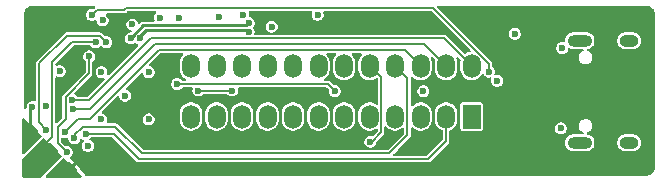
<source format=gbr>
%TF.GenerationSoftware,KiCad,Pcbnew,9.0.3*%
%TF.CreationDate,2025-08-28T21:01:50-07:00*%
%TF.ProjectId,xyp-gpib,7879702d-6770-4696-922e-6b696361645f,rev?*%
%TF.SameCoordinates,Original*%
%TF.FileFunction,Copper,L4,Bot*%
%TF.FilePolarity,Positive*%
%FSLAX46Y46*%
G04 Gerber Fmt 4.6, Leading zero omitted, Abs format (unit mm)*
G04 Created by KiCad (PCBNEW 9.0.3) date 2025-08-28 21:01:50*
%MOMM*%
%LPD*%
G01*
G04 APERTURE LIST*
G04 Aperture macros list*
%AMFreePoly0*
4,1,19,0.500000,0.418198,1.081873,0.418198,1.140652,0.399100,1.176979,0.349100,1.176979,0.287296,1.152584,0.247487,-0.883883,-1.788980,-0.938952,-1.817038,-0.999993,-1.807370,-1.043695,-1.763668,-1.054594,-1.718269,-1.054595,0.318198,-1.035496,0.376977,-0.985496,0.413304,-0.954594,0.418199,-0.500000,0.418198,-0.500000,0.500000,0.500000,0.500000,0.500000,0.418198,0.500000,0.418198,
$1*%
%AMFreePoly1*
4,1,23,0.500000,0.418198,0.954594,0.418199,1.013373,0.399100,1.049700,0.349100,1.054595,0.318198,1.054594,-2.100106,1.035496,-2.158886,1.025305,-2.170818,0.007071,-3.189052,-0.047997,-3.217110,-0.109039,-3.207442,-0.134351,-3.189052,-1.152584,-2.170818,-1.180642,-2.115750,-1.181873,-2.100106,-1.181872,0.318198,-1.162775,0.376977,-1.112775,0.413304,-1.081873,0.418198,-0.500000,0.418198,
-0.500000,0.500000,0.500000,0.500000,0.500000,0.418198,0.500000,0.418198,$1*%
%AMFreePoly2*
4,1,19,0.500000,0.418198,0.954594,0.418199,1.013373,0.399100,1.049700,0.349100,1.054595,0.318198,1.054594,-1.718269,1.035496,-1.777048,0.985496,-1.813375,0.923692,-1.813375,0.883883,-1.788980,-1.152584,0.247487,-1.180642,0.302555,-1.170974,0.363597,-1.127272,0.407299,-1.081873,0.418198,-0.500000,0.418198,-0.500000,0.500000,0.500000,0.500000,0.500000,0.418198,0.500000,0.418198,
$1*%
G04 Aperture macros list end*
%TA.AperFunction,SMDPad,CuDef*%
%ADD10FreePoly0,315.000000*%
%TD*%
%TA.AperFunction,SMDPad,CuDef*%
%ADD11FreePoly1,315.000000*%
%TD*%
%TA.AperFunction,SMDPad,CuDef*%
%ADD12FreePoly2,315.000000*%
%TD*%
%TA.AperFunction,ComponentPad*%
%ADD13O,2.100000X1.000000*%
%TD*%
%TA.AperFunction,ComponentPad*%
%ADD14O,1.600000X1.000000*%
%TD*%
%TA.AperFunction,ComponentPad*%
%ADD15R,1.500000X2.000000*%
%TD*%
%TA.AperFunction,ComponentPad*%
%ADD16O,1.500000X2.000000*%
%TD*%
%TA.AperFunction,ViaPad*%
%ADD17C,0.600000*%
%TD*%
%TA.AperFunction,Conductor*%
%ADD18C,0.250000*%
%TD*%
%TA.AperFunction,Conductor*%
%ADD19C,0.300000*%
%TD*%
%TA.AperFunction,Conductor*%
%ADD20C,0.150000*%
%TD*%
%TA.AperFunction,Conductor*%
%ADD21C,0.220000*%
%TD*%
G04 APERTURE END LIST*
D10*
%TO.P,ISP1,2,VCC*%
%TO.N,+5V*%
X184121200Y-89210800D03*
D11*
%TO.P,ISP1,4,MOSI*%
%TO.N,/MOSI*%
X182501200Y-87590800D03*
D12*
%TO.P,ISP1,6,GND*%
%TO.N,GND*%
X180791200Y-85880800D03*
%TD*%
D13*
%TO.P,J1,S1,SHIELD*%
%TO.N,GND*%
X227336200Y-86916800D03*
D14*
X231516200Y-86916800D03*
D13*
X227336200Y-78276800D03*
D14*
X231516200Y-78276800D03*
%TD*%
D15*
%TO.P,GPIB1,1,1*%
%TO.N,/DIO5*%
X218194000Y-84695000D03*
D16*
%TO.P,GPIB1,2,2*%
%TO.N,/DIO1*%
X218194000Y-80405000D03*
%TO.P,GPIB1,3,3*%
%TO.N,/DIO6*%
X216034000Y-84695000D03*
%TO.P,GPIB1,4,4*%
%TO.N,/DIO2*%
X216034000Y-80405000D03*
%TO.P,GPIB1,5,5*%
%TO.N,/DIO7*%
X213874000Y-84695000D03*
%TO.P,GPIB1,6,6*%
%TO.N,/DIO3*%
X213874000Y-80405000D03*
%TO.P,GPIB1,7,7*%
%TO.N,/DIO8*%
X211714000Y-84695000D03*
%TO.P,GPIB1,8,8*%
%TO.N,/DIO4*%
X211714000Y-80405000D03*
%TO.P,GPIB1,9,9*%
%TO.N,/REN*%
X209554000Y-84695000D03*
%TO.P,GPIB1,10,10*%
%TO.N,/EOI*%
X209554000Y-80405000D03*
%TO.P,GPIB1,11,11*%
%TO.N,GND*%
X207394000Y-84695000D03*
%TO.P,GPIB1,12,12*%
%TO.N,/DAV*%
X207394000Y-80405000D03*
%TO.P,GPIB1,13,13*%
%TO.N,GND*%
X205234000Y-84695000D03*
%TO.P,GPIB1,14,14*%
%TO.N,/NRFD*%
X205234000Y-80405000D03*
%TO.P,GPIB1,15,15*%
%TO.N,GND*%
X203074000Y-84695000D03*
%TO.P,GPIB1,16,16*%
%TO.N,/NDAC*%
X203074000Y-80405000D03*
%TO.P,GPIB1,17,17*%
%TO.N,GND*%
X200914000Y-84695000D03*
%TO.P,GPIB1,18,18*%
%TO.N,/IFC*%
X200914000Y-80405000D03*
%TO.P,GPIB1,19,19*%
%TO.N,GND*%
X198754000Y-84695000D03*
%TO.P,GPIB1,20,20*%
%TO.N,/SRQ*%
X198754000Y-80405000D03*
%TO.P,GPIB1,21,21*%
%TO.N,GND*%
X196594000Y-84695000D03*
%TO.P,GPIB1,22,22*%
%TO.N,/ATN*%
X196594000Y-80405000D03*
%TO.P,GPIB1,23,23*%
%TO.N,GND*%
X194434000Y-84695000D03*
%TO.P,GPIB1,24,24*%
X194434000Y-80405000D03*
%TD*%
D17*
%TO.N,GND*%
X183303000Y-80846000D03*
X186849000Y-80931000D03*
X186953000Y-76546000D03*
X188849000Y-82931000D03*
X190849000Y-84931000D03*
X181003000Y-83896000D03*
X198853000Y-76096000D03*
X191803000Y-76314000D03*
X188849000Y-82931000D03*
X196803000Y-76296000D03*
X201253000Y-77096000D03*
X225853000Y-78896000D03*
X185706024Y-87186005D03*
X225753000Y-85696000D03*
X186849000Y-84931000D03*
X188849000Y-82931000D03*
X193453000Y-76314000D03*
X188849000Y-82931000D03*
X188849000Y-82931000D03*
X205153000Y-76096000D03*
X190849000Y-80931000D03*
X220349000Y-81681000D03*
X221853000Y-77696000D03*
X189453000Y-76896000D03*
X214103000Y-82546000D03*
X182153000Y-83796000D03*
X188849000Y-82931000D03*
%TO.N,+5V*%
X184003000Y-76246000D03*
X216349000Y-89181000D03*
X192703000Y-79746000D03*
X225653000Y-79696000D03*
X213253000Y-76096000D03*
X197099000Y-83181000D03*
X225653000Y-84596000D03*
X204253000Y-76096000D03*
X213599000Y-87431000D03*
X193153000Y-85946000D03*
X188053000Y-78346000D03*
X186847259Y-87246536D03*
X184553000Y-81496000D03*
%TO.N,/EOI*%
X209610200Y-86833200D03*
%TO.N,/DIO4*%
X184553000Y-86546000D03*
%TO.N,/DIO3*%
X183728000Y-86046000D03*
%TO.N,/DIO6*%
X185511500Y-86187500D03*
%TO.N,/DIO2*%
X184403000Y-84046000D03*
%TO.N,/DIO1*%
X184393771Y-83279234D03*
%TO.N,/MOSI*%
X186053000Y-76096000D03*
X219653000Y-80896000D03*
X186353000Y-78396000D03*
%TO.N,Net-(D1-A)*%
X197903000Y-82496000D03*
X195053000Y-82496000D03*
%TO.N,/SCK*%
X182153000Y-85796000D03*
X187253000Y-78396000D03*
%TO.N,/MISO*%
X183903000Y-87696000D03*
X185803000Y-79596000D03*
%TO.N,/Db+*%
X199303000Y-77521000D03*
X190083000Y-78074055D03*
%TO.N,/Db-*%
X189333000Y-78074055D03*
X199303000Y-76771000D03*
%TO.N,Net-(D2-A)*%
X206603000Y-82546000D03*
X193253000Y-81946000D03*
%TD*%
D18*
%TO.N,GND*%
X180791200Y-85880800D02*
X180791200Y-84107800D01*
X180791200Y-84107800D02*
X181003000Y-83896000D01*
D19*
%TO.N,+5V*%
X184121200Y-89210800D02*
X184138200Y-89210800D01*
X184138200Y-89210800D02*
X185153000Y-88196000D01*
D20*
%TO.N,/NRFD*%
X205234000Y-80727000D02*
X205234000Y-80405000D01*
%TO.N,/EOI*%
X210530000Y-86019000D02*
X209715800Y-86833200D01*
X209715800Y-86833200D02*
X209610200Y-86833200D01*
X209554000Y-80405000D02*
X210530000Y-81381000D01*
X210530000Y-81381000D02*
X210530000Y-86019000D01*
%TO.N,/DIO4*%
X212753000Y-81444000D02*
X211714000Y-80405000D01*
X184553000Y-86546000D02*
X184553000Y-86271000D01*
X184553000Y-86271000D02*
X185278000Y-85546000D01*
X188003000Y-85546000D02*
X190279000Y-87822000D01*
X211227000Y-87822000D02*
X212753000Y-86296000D01*
X212753000Y-86296000D02*
X212753000Y-81444000D01*
X190279000Y-87822000D02*
X211227000Y-87822000D01*
X185278000Y-85546000D02*
X188003000Y-85546000D01*
%TO.N,/DIO3*%
X184828000Y-84946000D02*
X185853000Y-84946000D01*
X185853000Y-84946000D02*
X191753000Y-79046000D01*
X191753000Y-79046000D02*
X212515000Y-79046000D01*
X183728000Y-86046000D02*
X184828000Y-84946000D01*
X212515000Y-79046000D02*
X213874000Y-80405000D01*
%TO.N,/DIO6*%
X214503000Y-88296000D02*
X216034000Y-86765000D01*
X187894500Y-86187500D02*
X190003000Y-88296000D01*
X185511500Y-86187500D02*
X187894500Y-86187500D01*
X216034000Y-86765000D02*
X216034000Y-84695000D01*
X190003000Y-88296000D02*
X214503000Y-88296000D01*
%TO.N,/DIO2*%
X191353000Y-78546000D02*
X214175000Y-78546000D01*
X184403000Y-84046000D02*
X185853000Y-84046000D01*
X214175000Y-78546000D02*
X216034000Y-80405000D01*
X185853000Y-84046000D02*
X191353000Y-78546000D01*
%TO.N,/DIO1*%
X185769766Y-83279234D02*
X191003000Y-78046000D01*
X191003000Y-78046000D02*
X215835000Y-78046000D01*
X184393771Y-83279234D02*
X185769766Y-83279234D01*
X215835000Y-78046000D02*
X218194000Y-80405000D01*
%TO.N,/MOSI*%
X182679000Y-86396000D02*
X182145600Y-86929400D01*
X219653000Y-80896000D02*
X219653000Y-80233728D01*
X182679000Y-80070000D02*
X182679000Y-86396000D01*
X188953000Y-75496000D02*
X188753000Y-75696000D01*
X188753000Y-75696000D02*
X186453000Y-75696000D01*
X186453000Y-75696000D02*
X186053000Y-76096000D01*
X214915272Y-75496000D02*
X188953000Y-75496000D01*
X184353000Y-78396000D02*
X182679000Y-80070000D01*
X219653000Y-80233728D02*
X214915272Y-75496000D01*
X186353000Y-78396000D02*
X184353000Y-78396000D01*
%TO.N,Net-(D1-A)*%
X195053000Y-82496000D02*
X197903000Y-82496000D01*
%TO.N,/SCK*%
X181553000Y-85196000D02*
X182153000Y-85796000D01*
X186703000Y-77846000D02*
X183903000Y-77846000D01*
X187253000Y-78396000D02*
X186703000Y-77846000D01*
X181553000Y-80196000D02*
X181553000Y-85196000D01*
X183903000Y-77846000D02*
X181553000Y-80196000D01*
%TO.N,/MISO*%
X183153000Y-85596000D02*
X183153000Y-86946000D01*
X185803000Y-81046000D02*
X183803000Y-83046000D01*
X185803000Y-79596000D02*
X185803000Y-81046000D01*
X183803000Y-83046000D02*
X183803000Y-84946000D01*
X183153000Y-86946000D02*
X183903000Y-87696000D01*
X183803000Y-84946000D02*
X183153000Y-85596000D01*
D21*
%TO.N,/Db+*%
X190083000Y-78074055D02*
X190083000Y-77847315D01*
X199113000Y-77331000D02*
X199303000Y-77521000D01*
X190083000Y-77847315D02*
X190599315Y-77331000D01*
X190599315Y-77331000D02*
X199113000Y-77331000D01*
%TO.N,/Db-*%
X199113000Y-76961000D02*
X199303000Y-76771000D01*
X190402681Y-76961000D02*
X199113000Y-76961000D01*
X189522000Y-77841681D02*
X190402681Y-76961000D01*
X189333000Y-78074055D02*
X189522000Y-77885055D01*
X189522000Y-77885055D02*
X189522000Y-77841681D01*
D20*
%TO.N,Net-(D2-A)*%
X206603000Y-82546000D02*
X206003000Y-81946000D01*
X206003000Y-81946000D02*
X193253000Y-81946000D01*
%TD*%
%TA.AperFunction,Conductor*%
%TO.N,+5V*%
G36*
X233004842Y-75300976D02*
G01*
X233126764Y-75312985D01*
X233145794Y-75316770D01*
X233219273Y-75339059D01*
X233258354Y-75350915D01*
X233276285Y-75358342D01*
X233380022Y-75413791D01*
X233396158Y-75424573D01*
X233487083Y-75499193D01*
X233500806Y-75512916D01*
X233575426Y-75603841D01*
X233586208Y-75619977D01*
X233641657Y-75723714D01*
X233649084Y-75741645D01*
X233683228Y-75854203D01*
X233687014Y-75873237D01*
X233699023Y-75995157D01*
X233699500Y-76004861D01*
X233699500Y-88995138D01*
X233699023Y-89004842D01*
X233687014Y-89126762D01*
X233683228Y-89145796D01*
X233649084Y-89258354D01*
X233641657Y-89276285D01*
X233586208Y-89380022D01*
X233575426Y-89396158D01*
X233500806Y-89487083D01*
X233487083Y-89500806D01*
X233396158Y-89575426D01*
X233380022Y-89586208D01*
X233276285Y-89641657D01*
X233258354Y-89649084D01*
X233145796Y-89683228D01*
X233126763Y-89687014D01*
X233020719Y-89697459D01*
X233004841Y-89699023D01*
X232995139Y-89699500D01*
X185539869Y-89699500D01*
X185481678Y-89680593D01*
X185445714Y-89631093D01*
X185444586Y-89627374D01*
X185442113Y-89618609D01*
X185442112Y-89618604D01*
X185412655Y-89560791D01*
X185412654Y-89560789D01*
X185365755Y-89496239D01*
X185105284Y-89235767D01*
X185078190Y-89185079D01*
X185063894Y-89113214D01*
X185063894Y-89113212D01*
X185008618Y-89030488D01*
X185008615Y-89030484D01*
X184301515Y-88323384D01*
X184301511Y-88323381D01*
X184210676Y-88262686D01*
X184212715Y-88259633D01*
X184179733Y-88231463D01*
X184165450Y-88171968D01*
X184188865Y-88115440D01*
X184205836Y-88101326D01*
X184205165Y-88100451D01*
X184210308Y-88096503D01*
X184210314Y-88096500D01*
X184303500Y-88003314D01*
X184333073Y-87952093D01*
X184369390Y-87889190D01*
X184369390Y-87889188D01*
X184369392Y-87889186D01*
X184403500Y-87761892D01*
X184403500Y-87630108D01*
X184369392Y-87502814D01*
X184369390Y-87502811D01*
X184369390Y-87502809D01*
X184303503Y-87388690D01*
X184303501Y-87388688D01*
X184303500Y-87388686D01*
X184210314Y-87295500D01*
X184210311Y-87295498D01*
X184210309Y-87295496D01*
X184096189Y-87229609D01*
X184096191Y-87229609D01*
X184046799Y-87216375D01*
X183968892Y-87195500D01*
X183837108Y-87195500D01*
X183833124Y-87195500D01*
X183774933Y-87176593D01*
X183763120Y-87166504D01*
X183457496Y-86860880D01*
X183453869Y-86853762D01*
X183447407Y-86849067D01*
X183440243Y-86827018D01*
X183429719Y-86806363D01*
X183428500Y-86790876D01*
X183428500Y-86612924D01*
X183447407Y-86554733D01*
X183496907Y-86518769D01*
X183553120Y-86517297D01*
X183662108Y-86546500D01*
X183662110Y-86546500D01*
X183793890Y-86546500D01*
X183793892Y-86546500D01*
X183921186Y-86512392D01*
X183921187Y-86512391D01*
X183927454Y-86510712D01*
X183928263Y-86513731D01*
X183976458Y-86509862D01*
X184028678Y-86541748D01*
X184052182Y-86598239D01*
X184052500Y-86606163D01*
X184052500Y-86611892D01*
X184081364Y-86719614D01*
X184086609Y-86739190D01*
X184152496Y-86853309D01*
X184152498Y-86853311D01*
X184152500Y-86853314D01*
X184245686Y-86946500D01*
X184245688Y-86946501D01*
X184245690Y-86946503D01*
X184359810Y-87012390D01*
X184359808Y-87012390D01*
X184359812Y-87012391D01*
X184359814Y-87012392D01*
X184487108Y-87046500D01*
X184487110Y-87046500D01*
X184618890Y-87046500D01*
X184618892Y-87046500D01*
X184746186Y-87012392D01*
X184746188Y-87012390D01*
X184746190Y-87012390D01*
X184860309Y-86946503D01*
X184860309Y-86946502D01*
X184860314Y-86946500D01*
X184953500Y-86853314D01*
X184956679Y-86847808D01*
X185019390Y-86739190D01*
X185019390Y-86739188D01*
X185019392Y-86739186D01*
X185046161Y-86639281D01*
X185079484Y-86587969D01*
X185136605Y-86566042D01*
X185190005Y-86578442D01*
X185200456Y-86584270D01*
X185204186Y-86588000D01*
X185318314Y-86653892D01*
X185331759Y-86657494D01*
X185342485Y-86663476D01*
X185355342Y-86677334D01*
X185371199Y-86687630D01*
X185375651Y-86699225D01*
X185384099Y-86708331D01*
X185386354Y-86727100D01*
X185393131Y-86744749D01*
X185389917Y-86756747D01*
X185391399Y-86769080D01*
X185382190Y-86785591D01*
X185377300Y-86803851D01*
X185364271Y-86819943D01*
X185305524Y-86878690D01*
X185305520Y-86878695D01*
X185239633Y-86992814D01*
X185239632Y-86992819D01*
X185205524Y-87120113D01*
X185205524Y-87251897D01*
X185218303Y-87299590D01*
X185239633Y-87379195D01*
X185305520Y-87493314D01*
X185305522Y-87493316D01*
X185305524Y-87493319D01*
X185398710Y-87586505D01*
X185398712Y-87586506D01*
X185398714Y-87586508D01*
X185512834Y-87652395D01*
X185512832Y-87652395D01*
X185512836Y-87652396D01*
X185512838Y-87652397D01*
X185640132Y-87686505D01*
X185640134Y-87686505D01*
X185771914Y-87686505D01*
X185771916Y-87686505D01*
X185899210Y-87652397D01*
X185899212Y-87652395D01*
X185899214Y-87652395D01*
X186013333Y-87586508D01*
X186013333Y-87586507D01*
X186013338Y-87586505D01*
X186106524Y-87493319D01*
X186172416Y-87379191D01*
X186206524Y-87251897D01*
X186206524Y-87120113D01*
X186172416Y-86992819D01*
X186172414Y-86992816D01*
X186172414Y-86992814D01*
X186106527Y-86878695D01*
X186106525Y-86878693D01*
X186106524Y-86878691D01*
X186013338Y-86785505D01*
X186013335Y-86785503D01*
X186013333Y-86785501D01*
X185899213Y-86719614D01*
X185899210Y-86719613D01*
X185897633Y-86719190D01*
X185896652Y-86718553D01*
X185893218Y-86717131D01*
X185893481Y-86716494D01*
X185888759Y-86713428D01*
X185878310Y-86711773D01*
X185863675Y-86697138D01*
X185846319Y-86685867D01*
X185842527Y-86675989D01*
X185835046Y-86668508D01*
X185831808Y-86648066D01*
X185824392Y-86628746D01*
X185827130Y-86618526D01*
X185825475Y-86608076D01*
X185834870Y-86589636D01*
X185840227Y-86569645D01*
X185853248Y-86553565D01*
X185912000Y-86494814D01*
X185912000Y-86494813D01*
X185914818Y-86491996D01*
X185969335Y-86464219D01*
X185984821Y-86463000D01*
X187739377Y-86463000D01*
X187797568Y-86481907D01*
X187809380Y-86491995D01*
X189846941Y-88529557D01*
X189876595Y-88541839D01*
X189876597Y-88541841D01*
X189876598Y-88541841D01*
X189912399Y-88556670D01*
X189948200Y-88571500D01*
X189948201Y-88571500D01*
X214557799Y-88571500D01*
X214557800Y-88571500D01*
X214659058Y-88529557D01*
X214736557Y-88452058D01*
X216267557Y-86921058D01*
X216276656Y-86899092D01*
X216297900Y-86847804D01*
X226085700Y-86847804D01*
X226085700Y-86985795D01*
X226112620Y-87121127D01*
X226112620Y-87121129D01*
X226165422Y-87248606D01*
X226165428Y-87248617D01*
X226242085Y-87363341D01*
X226339658Y-87460914D01*
X226454382Y-87537571D01*
X226454393Y-87537577D01*
X226501483Y-87557082D01*
X226581872Y-87590380D01*
X226717207Y-87617300D01*
X226717208Y-87617300D01*
X227955192Y-87617300D01*
X227955193Y-87617300D01*
X228090528Y-87590380D01*
X228218011Y-87537575D01*
X228332742Y-87460914D01*
X228430314Y-87363342D01*
X228506975Y-87248611D01*
X228559780Y-87121128D01*
X228586700Y-86985793D01*
X228586700Y-86847807D01*
X228586699Y-86847804D01*
X230515700Y-86847804D01*
X230515700Y-86985795D01*
X230542620Y-87121127D01*
X230542620Y-87121129D01*
X230595422Y-87248606D01*
X230595428Y-87248617D01*
X230672085Y-87363341D01*
X230769658Y-87460914D01*
X230884382Y-87537571D01*
X230884393Y-87537577D01*
X230931483Y-87557082D01*
X231011872Y-87590380D01*
X231147207Y-87617300D01*
X231147208Y-87617300D01*
X231885192Y-87617300D01*
X231885193Y-87617300D01*
X232020528Y-87590380D01*
X232148011Y-87537575D01*
X232262742Y-87460914D01*
X232360314Y-87363342D01*
X232436975Y-87248611D01*
X232489780Y-87121128D01*
X232516700Y-86985793D01*
X232516700Y-86847807D01*
X232489780Y-86712472D01*
X232469485Y-86663476D01*
X232436977Y-86584993D01*
X232436971Y-86584982D01*
X232360314Y-86470258D01*
X232262741Y-86372685D01*
X232148017Y-86296028D01*
X232148006Y-86296022D01*
X232020528Y-86243220D01*
X231885195Y-86216300D01*
X231885193Y-86216300D01*
X231147207Y-86216300D01*
X231147204Y-86216300D01*
X231011872Y-86243220D01*
X231011870Y-86243220D01*
X230884393Y-86296022D01*
X230884382Y-86296028D01*
X230769658Y-86372685D01*
X230672085Y-86470258D01*
X230595428Y-86584982D01*
X230595422Y-86584993D01*
X230542620Y-86712470D01*
X230542620Y-86712472D01*
X230515700Y-86847804D01*
X228586699Y-86847804D01*
X228559780Y-86712472D01*
X228539485Y-86663476D01*
X228506977Y-86584993D01*
X228506971Y-86584982D01*
X228430314Y-86470258D01*
X228332741Y-86372685D01*
X228218017Y-86296028D01*
X228218006Y-86296022D01*
X228090529Y-86243220D01*
X228016950Y-86228584D01*
X227963566Y-86198687D01*
X227937951Y-86143121D01*
X227949888Y-86083112D01*
X227994819Y-86041579D01*
X228010633Y-86035862D01*
X228058335Y-86023081D01*
X228189565Y-85947315D01*
X228296715Y-85840165D01*
X228327224Y-85787322D01*
X228372479Y-85708939D01*
X228372479Y-85708937D01*
X228372481Y-85708935D01*
X228411700Y-85562566D01*
X228411700Y-85411034D01*
X228372481Y-85264665D01*
X228372479Y-85264662D01*
X228372479Y-85264660D01*
X228296718Y-85133439D01*
X228296716Y-85133437D01*
X228296715Y-85133435D01*
X228189565Y-85026285D01*
X228189562Y-85026283D01*
X228189560Y-85026281D01*
X228058338Y-84950520D01*
X228058340Y-84950520D01*
X228001547Y-84935303D01*
X227911966Y-84911300D01*
X227760434Y-84911300D01*
X227670852Y-84935303D01*
X227614060Y-84950520D01*
X227482839Y-85026281D01*
X227375681Y-85133439D01*
X227299920Y-85264660D01*
X227287350Y-85311573D01*
X227260700Y-85411034D01*
X227260700Y-85562566D01*
X227293051Y-85683302D01*
X227299920Y-85708939D01*
X227375681Y-85840160D01*
X227375683Y-85840162D01*
X227375685Y-85840165D01*
X227482835Y-85947315D01*
X227482837Y-85947316D01*
X227482839Y-85947318D01*
X227614061Y-86023079D01*
X227614062Y-86023079D01*
X227614065Y-86023081D01*
X227614067Y-86023081D01*
X227620057Y-86025563D01*
X227618943Y-86028251D01*
X227660128Y-86055000D01*
X227682053Y-86112122D01*
X227666216Y-86171222D01*
X227618665Y-86209725D01*
X227583189Y-86216300D01*
X226717204Y-86216300D01*
X226581872Y-86243220D01*
X226581870Y-86243220D01*
X226454393Y-86296022D01*
X226454382Y-86296028D01*
X226339658Y-86372685D01*
X226242085Y-86470258D01*
X226165428Y-86584982D01*
X226165422Y-86584993D01*
X226112620Y-86712470D01*
X226112620Y-86712472D01*
X226085700Y-86847804D01*
X216297900Y-86847804D01*
X216309500Y-86819800D01*
X216309500Y-85925848D01*
X216328407Y-85867657D01*
X216370614Y-85834384D01*
X216401718Y-85821500D01*
X216484231Y-85787322D01*
X216484234Y-85787319D01*
X216484238Y-85787318D01*
X216529187Y-85757282D01*
X216639908Y-85683302D01*
X216772302Y-85550908D01*
X216852088Y-85431500D01*
X216876318Y-85395238D01*
X216876319Y-85395234D01*
X216876322Y-85395231D01*
X216947973Y-85222251D01*
X216984500Y-85038616D01*
X216984500Y-84351384D01*
X216947973Y-84167749D01*
X216876322Y-83994769D01*
X216876320Y-83994767D01*
X216876318Y-83994761D01*
X216816649Y-83905463D01*
X216772302Y-83839092D01*
X216639908Y-83706698D01*
X216592847Y-83675253D01*
X217243500Y-83675253D01*
X217243500Y-85714746D01*
X217243501Y-85714758D01*
X217255132Y-85773227D01*
X217255134Y-85773233D01*
X217299445Y-85839548D01*
X217299448Y-85839552D01*
X217365769Y-85883867D01*
X217410231Y-85892711D01*
X217424241Y-85895498D01*
X217424246Y-85895498D01*
X217424252Y-85895500D01*
X217424253Y-85895500D01*
X218963747Y-85895500D01*
X218963748Y-85895500D01*
X219022231Y-85883867D01*
X219088552Y-85839552D01*
X219132867Y-85773231D01*
X219144500Y-85714748D01*
X219144500Y-85630108D01*
X225252500Y-85630108D01*
X225252500Y-85761892D01*
X225255539Y-85773233D01*
X225286609Y-85889190D01*
X225352496Y-86003309D01*
X225352498Y-86003311D01*
X225352500Y-86003314D01*
X225445686Y-86096500D01*
X225445688Y-86096501D01*
X225445690Y-86096503D01*
X225559810Y-86162390D01*
X225559808Y-86162390D01*
X225559812Y-86162391D01*
X225559814Y-86162392D01*
X225687108Y-86196500D01*
X225687110Y-86196500D01*
X225818890Y-86196500D01*
X225818892Y-86196500D01*
X225946186Y-86162392D01*
X225946188Y-86162390D01*
X225946190Y-86162390D01*
X226060309Y-86096503D01*
X226060309Y-86096502D01*
X226060314Y-86096500D01*
X226153500Y-86003314D01*
X226176083Y-85964200D01*
X226219390Y-85889190D01*
X226219390Y-85889188D01*
X226219392Y-85889186D01*
X226253500Y-85761892D01*
X226253500Y-85630108D01*
X226219392Y-85502814D01*
X226219390Y-85502811D01*
X226219390Y-85502809D01*
X226153503Y-85388690D01*
X226153501Y-85388688D01*
X226153500Y-85388686D01*
X226060314Y-85295500D01*
X226060311Y-85295498D01*
X226060309Y-85295496D01*
X225946189Y-85229609D01*
X225946191Y-85229609D01*
X225876071Y-85210821D01*
X225818892Y-85195500D01*
X225687108Y-85195500D01*
X225629929Y-85210821D01*
X225559809Y-85229609D01*
X225445690Y-85295496D01*
X225352496Y-85388690D01*
X225286609Y-85502809D01*
X225272623Y-85555008D01*
X225252500Y-85630108D01*
X219144500Y-85630108D01*
X219144500Y-83675252D01*
X219132867Y-83616769D01*
X219088552Y-83550448D01*
X219059487Y-83531027D01*
X219022233Y-83506134D01*
X219022231Y-83506133D01*
X219022228Y-83506132D01*
X219022227Y-83506132D01*
X218963758Y-83494501D01*
X218963748Y-83494500D01*
X217424252Y-83494500D01*
X217424251Y-83494500D01*
X217424241Y-83494501D01*
X217365772Y-83506132D01*
X217365766Y-83506134D01*
X217299451Y-83550445D01*
X217299445Y-83550451D01*
X217255134Y-83616766D01*
X217255132Y-83616772D01*
X217243501Y-83675241D01*
X217243500Y-83675253D01*
X216592847Y-83675253D01*
X216590207Y-83673489D01*
X216484238Y-83602681D01*
X216484229Y-83602677D01*
X216311249Y-83531026D01*
X216127618Y-83494500D01*
X216127616Y-83494500D01*
X215940384Y-83494500D01*
X215940381Y-83494500D01*
X215756750Y-83531026D01*
X215583770Y-83602677D01*
X215583761Y-83602681D01*
X215428092Y-83706698D01*
X215428088Y-83706701D01*
X215295701Y-83839088D01*
X215295698Y-83839092D01*
X215191681Y-83994761D01*
X215191677Y-83994770D01*
X215120026Y-84167750D01*
X215083500Y-84351381D01*
X215083500Y-85038618D01*
X215120026Y-85222249D01*
X215191677Y-85395229D01*
X215191681Y-85395238D01*
X215263559Y-85502809D01*
X215295698Y-85550908D01*
X215428092Y-85683302D01*
X215485237Y-85721485D01*
X215583761Y-85787318D01*
X215583767Y-85787320D01*
X215583769Y-85787322D01*
X215627203Y-85805313D01*
X215697386Y-85834384D01*
X215743911Y-85874121D01*
X215758500Y-85925848D01*
X215758500Y-86609877D01*
X215739593Y-86668068D01*
X215729504Y-86679881D01*
X214417881Y-87991504D01*
X214363364Y-88019281D01*
X214347877Y-88020500D01*
X211657123Y-88020500D01*
X211598932Y-88001593D01*
X211562968Y-87952093D01*
X211562968Y-87890907D01*
X211587119Y-87851496D01*
X211935806Y-87502809D01*
X212986557Y-86452058D01*
X212999398Y-86421057D01*
X213028500Y-86350800D01*
X213028500Y-85682718D01*
X213047407Y-85624527D01*
X213096907Y-85588563D01*
X213158093Y-85588563D01*
X213197504Y-85612714D01*
X213268092Y-85683302D01*
X213325237Y-85721485D01*
X213423761Y-85787318D01*
X213423767Y-85787320D01*
X213423769Y-85787322D01*
X213596749Y-85858973D01*
X213780384Y-85895500D01*
X213780385Y-85895500D01*
X213967615Y-85895500D01*
X213967616Y-85895500D01*
X214151251Y-85858973D01*
X214324231Y-85787322D01*
X214324234Y-85787319D01*
X214324238Y-85787318D01*
X214369187Y-85757282D01*
X214479908Y-85683302D01*
X214612302Y-85550908D01*
X214692088Y-85431500D01*
X214716318Y-85395238D01*
X214716319Y-85395234D01*
X214716322Y-85395231D01*
X214787973Y-85222251D01*
X214824500Y-85038616D01*
X214824500Y-84351384D01*
X214787973Y-84167749D01*
X214716322Y-83994769D01*
X214716320Y-83994767D01*
X214716318Y-83994761D01*
X214656649Y-83905463D01*
X214612302Y-83839092D01*
X214479908Y-83706698D01*
X214430207Y-83673489D01*
X214324238Y-83602681D01*
X214324229Y-83602677D01*
X214151249Y-83531026D01*
X213967618Y-83494500D01*
X213967616Y-83494500D01*
X213780384Y-83494500D01*
X213780381Y-83494500D01*
X213596750Y-83531026D01*
X213423770Y-83602677D01*
X213423761Y-83602681D01*
X213268092Y-83706698D01*
X213268088Y-83706701D01*
X213197504Y-83777286D01*
X213142987Y-83805063D01*
X213082555Y-83795492D01*
X213039290Y-83752227D01*
X213028500Y-83707282D01*
X213028500Y-82480108D01*
X213602500Y-82480108D01*
X213602500Y-82611892D01*
X213632579Y-82724151D01*
X213636609Y-82739190D01*
X213702496Y-82853309D01*
X213702498Y-82853311D01*
X213702500Y-82853314D01*
X213795686Y-82946500D01*
X213795688Y-82946501D01*
X213795690Y-82946503D01*
X213909810Y-83012390D01*
X213909808Y-83012390D01*
X213909812Y-83012391D01*
X213909814Y-83012392D01*
X214037108Y-83046500D01*
X214037110Y-83046500D01*
X214168890Y-83046500D01*
X214168892Y-83046500D01*
X214296186Y-83012392D01*
X214296188Y-83012390D01*
X214296190Y-83012390D01*
X214410309Y-82946503D01*
X214410309Y-82946502D01*
X214410314Y-82946500D01*
X214503500Y-82853314D01*
X214532368Y-82803314D01*
X214569390Y-82739190D01*
X214569390Y-82739188D01*
X214569392Y-82739186D01*
X214603500Y-82611892D01*
X214603500Y-82480108D01*
X214569392Y-82352814D01*
X214569390Y-82352811D01*
X214569390Y-82352809D01*
X214503503Y-82238690D01*
X214503501Y-82238688D01*
X214503500Y-82238686D01*
X214410314Y-82145500D01*
X214410311Y-82145498D01*
X214410309Y-82145496D01*
X214296189Y-82079609D01*
X214296191Y-82079609D01*
X214246799Y-82066375D01*
X214168892Y-82045500D01*
X214037108Y-82045500D01*
X213959200Y-82066375D01*
X213909809Y-82079609D01*
X213795690Y-82145496D01*
X213702496Y-82238690D01*
X213636609Y-82352809D01*
X213636608Y-82352814D01*
X213602500Y-82480108D01*
X213028500Y-82480108D01*
X213028500Y-81392718D01*
X213047407Y-81334527D01*
X213096907Y-81298563D01*
X213158093Y-81298563D01*
X213197504Y-81322714D01*
X213268092Y-81393302D01*
X213325291Y-81431521D01*
X213423761Y-81497318D01*
X213423767Y-81497320D01*
X213423769Y-81497322D01*
X213596749Y-81568973D01*
X213780384Y-81605500D01*
X213780385Y-81605500D01*
X213967615Y-81605500D01*
X213967616Y-81605500D01*
X214151251Y-81568973D01*
X214324231Y-81497322D01*
X214324234Y-81497319D01*
X214324238Y-81497318D01*
X214370931Y-81466118D01*
X214479908Y-81393302D01*
X214612302Y-81260908D01*
X214688074Y-81147507D01*
X214716318Y-81105238D01*
X214716319Y-81105234D01*
X214716322Y-81105231D01*
X214787973Y-80932251D01*
X214824500Y-80748616D01*
X214824500Y-80061384D01*
X214787973Y-79877749D01*
X214745684Y-79775657D01*
X214740884Y-79714661D01*
X214772854Y-79662492D01*
X214829382Y-79639077D01*
X214888876Y-79653361D01*
X214907153Y-79667768D01*
X215082129Y-79842744D01*
X215109906Y-79897261D01*
X215109223Y-79932062D01*
X215083500Y-80061380D01*
X215083500Y-80748618D01*
X215120026Y-80932249D01*
X215191677Y-81105229D01*
X215191681Y-81105238D01*
X215257215Y-81203314D01*
X215295698Y-81260908D01*
X215428092Y-81393302D01*
X215485291Y-81431521D01*
X215583761Y-81497318D01*
X215583767Y-81497320D01*
X215583769Y-81497322D01*
X215756749Y-81568973D01*
X215940384Y-81605500D01*
X215940385Y-81605500D01*
X216127615Y-81605500D01*
X216127616Y-81605500D01*
X216311251Y-81568973D01*
X216484231Y-81497322D01*
X216484234Y-81497319D01*
X216484238Y-81497318D01*
X216530931Y-81466118D01*
X216639908Y-81393302D01*
X216772302Y-81260908D01*
X216848074Y-81147507D01*
X216876318Y-81105238D01*
X216876319Y-81105234D01*
X216876322Y-81105231D01*
X216947973Y-80932251D01*
X216984500Y-80748616D01*
X216984500Y-80061384D01*
X216947973Y-79877749D01*
X216905684Y-79775656D01*
X216900884Y-79714662D01*
X216932853Y-79662493D01*
X216989381Y-79639078D01*
X217048876Y-79653361D01*
X217067153Y-79667769D01*
X217242128Y-79842744D01*
X217269905Y-79897261D01*
X217269222Y-79932061D01*
X217243500Y-80061379D01*
X217243500Y-80748618D01*
X217280026Y-80932249D01*
X217351677Y-81105229D01*
X217351681Y-81105238D01*
X217417215Y-81203314D01*
X217455698Y-81260908D01*
X217588092Y-81393302D01*
X217645291Y-81431521D01*
X217743761Y-81497318D01*
X217743767Y-81497320D01*
X217743769Y-81497322D01*
X217916749Y-81568973D01*
X218100384Y-81605500D01*
X218100385Y-81605500D01*
X218287615Y-81605500D01*
X218287616Y-81605500D01*
X218471251Y-81568973D01*
X218644231Y-81497322D01*
X218644234Y-81497319D01*
X218644238Y-81497318D01*
X218690931Y-81466118D01*
X218799908Y-81393302D01*
X218932302Y-81260908D01*
X219033465Y-81109507D01*
X219081515Y-81071628D01*
X219142653Y-81069226D01*
X219193527Y-81103219D01*
X219201516Y-81115009D01*
X219252496Y-81203309D01*
X219252498Y-81203311D01*
X219252500Y-81203314D01*
X219345686Y-81296500D01*
X219345688Y-81296501D01*
X219345690Y-81296503D01*
X219459810Y-81362390D01*
X219459808Y-81362390D01*
X219459812Y-81362391D01*
X219459814Y-81362392D01*
X219587108Y-81396500D01*
X219587110Y-81396500D01*
X219718890Y-81396500D01*
X219718892Y-81396500D01*
X219756003Y-81386556D01*
X219817102Y-81389758D01*
X219864652Y-81428263D01*
X219880488Y-81487364D01*
X219877251Y-81507805D01*
X219868822Y-81539263D01*
X219848500Y-81615108D01*
X219848500Y-81746892D01*
X219850087Y-81752814D01*
X219882609Y-81874190D01*
X219948496Y-81988309D01*
X219948498Y-81988311D01*
X219948500Y-81988314D01*
X220041686Y-82081500D01*
X220041688Y-82081501D01*
X220041690Y-82081503D01*
X220155810Y-82147390D01*
X220155808Y-82147390D01*
X220155812Y-82147391D01*
X220155814Y-82147392D01*
X220283108Y-82181500D01*
X220283110Y-82181500D01*
X220414890Y-82181500D01*
X220414892Y-82181500D01*
X220542186Y-82147392D01*
X220542188Y-82147390D01*
X220542190Y-82147390D01*
X220656309Y-82081503D01*
X220656309Y-82081502D01*
X220656314Y-82081500D01*
X220749500Y-81988314D01*
X220749503Y-81988309D01*
X220815390Y-81874190D01*
X220815390Y-81874188D01*
X220815392Y-81874186D01*
X220849500Y-81746892D01*
X220849500Y-81615108D01*
X220815392Y-81487814D01*
X220815390Y-81487811D01*
X220815390Y-81487809D01*
X220749503Y-81373690D01*
X220749501Y-81373688D01*
X220749500Y-81373686D01*
X220656314Y-81280500D01*
X220656311Y-81280498D01*
X220656309Y-81280496D01*
X220542189Y-81214609D01*
X220542191Y-81214609D01*
X220492799Y-81201375D01*
X220414892Y-81180500D01*
X220283108Y-81180500D01*
X220283105Y-81180500D01*
X220245996Y-81190443D01*
X220184894Y-81187240D01*
X220137345Y-81148733D01*
X220121511Y-81089632D01*
X220124746Y-81069202D01*
X220153500Y-80961892D01*
X220153500Y-80830108D01*
X220119392Y-80702814D01*
X220119390Y-80702811D01*
X220119390Y-80702809D01*
X220053503Y-80588690D01*
X220053501Y-80588688D01*
X220053500Y-80588686D01*
X219960314Y-80495500D01*
X219960311Y-80495498D01*
X219957496Y-80492683D01*
X219929719Y-80438166D01*
X219928500Y-80422679D01*
X219928500Y-80178928D01*
X219886557Y-80077670D01*
X219886557Y-80077669D01*
X218638995Y-78830108D01*
X225352500Y-78830108D01*
X225352500Y-78961892D01*
X225380742Y-79067294D01*
X225386609Y-79089190D01*
X225452496Y-79203309D01*
X225452498Y-79203311D01*
X225452500Y-79203314D01*
X225545686Y-79296500D01*
X225545688Y-79296501D01*
X225545690Y-79296503D01*
X225659810Y-79362390D01*
X225659808Y-79362390D01*
X225659812Y-79362391D01*
X225659814Y-79362392D01*
X225787108Y-79396500D01*
X225787110Y-79396500D01*
X225918890Y-79396500D01*
X225918892Y-79396500D01*
X226046186Y-79362392D01*
X226046188Y-79362390D01*
X226046190Y-79362390D01*
X226160309Y-79296503D01*
X226160309Y-79296502D01*
X226160314Y-79296500D01*
X226253500Y-79203314D01*
X226258012Y-79195500D01*
X226309169Y-79106893D01*
X226319392Y-79089186D01*
X226349874Y-78975423D01*
X226383195Y-78924112D01*
X226440317Y-78902185D01*
X226483382Y-78909584D01*
X226581872Y-78950380D01*
X226717207Y-78977300D01*
X226717208Y-78977300D01*
X227583189Y-78977300D01*
X227641380Y-78996207D01*
X227677344Y-79045707D01*
X227677344Y-79106893D01*
X227641380Y-79156393D01*
X227619547Y-79166806D01*
X227620057Y-79168037D01*
X227614061Y-79170520D01*
X227482839Y-79246281D01*
X227375681Y-79353439D01*
X227299920Y-79484660D01*
X227299919Y-79484665D01*
X227260700Y-79631034D01*
X227260700Y-79782566D01*
X227289218Y-79888998D01*
X227299920Y-79928939D01*
X227375681Y-80060160D01*
X227375683Y-80060162D01*
X227375685Y-80060165D01*
X227482835Y-80167315D01*
X227482837Y-80167316D01*
X227482839Y-80167318D01*
X227614061Y-80243079D01*
X227614059Y-80243079D01*
X227614063Y-80243080D01*
X227614065Y-80243081D01*
X227760434Y-80282300D01*
X227760436Y-80282300D01*
X227911964Y-80282300D01*
X227911966Y-80282300D01*
X228058335Y-80243081D01*
X228058337Y-80243079D01*
X228058339Y-80243079D01*
X228189560Y-80167318D01*
X228189560Y-80167317D01*
X228189565Y-80167315D01*
X228296715Y-80060165D01*
X228322868Y-80014867D01*
X228372479Y-79928939D01*
X228372479Y-79928937D01*
X228372481Y-79928935D01*
X228411700Y-79782566D01*
X228411700Y-79631034D01*
X228372481Y-79484665D01*
X228372479Y-79484662D01*
X228372479Y-79484660D01*
X228296718Y-79353439D01*
X228296716Y-79353437D01*
X228296715Y-79353435D01*
X228189565Y-79246285D01*
X228189562Y-79246283D01*
X228189560Y-79246281D01*
X228058338Y-79170520D01*
X228058339Y-79170520D01*
X228042537Y-79166286D01*
X228010641Y-79157739D01*
X227959327Y-79124415D01*
X227937401Y-79067294D01*
X227953237Y-79008193D01*
X228000787Y-78969688D01*
X228016945Y-78965016D01*
X228090528Y-78950380D01*
X228218011Y-78897575D01*
X228332742Y-78820914D01*
X228430314Y-78723342D01*
X228506975Y-78608611D01*
X228559780Y-78481128D01*
X228586700Y-78345793D01*
X228586700Y-78207807D01*
X228586699Y-78207804D01*
X230515700Y-78207804D01*
X230515700Y-78345795D01*
X230542620Y-78481127D01*
X230542620Y-78481129D01*
X230595422Y-78608606D01*
X230595428Y-78608617D01*
X230672085Y-78723341D01*
X230769658Y-78820914D01*
X230884382Y-78897571D01*
X230884393Y-78897577D01*
X230931483Y-78917082D01*
X231011872Y-78950380D01*
X231147207Y-78977300D01*
X231147208Y-78977300D01*
X231885192Y-78977300D01*
X231885193Y-78977300D01*
X232020528Y-78950380D01*
X232148011Y-78897575D01*
X232262742Y-78820914D01*
X232360314Y-78723342D01*
X232436975Y-78608611D01*
X232489780Y-78481128D01*
X232516700Y-78345793D01*
X232516700Y-78207807D01*
X232489780Y-78072472D01*
X232463143Y-78008164D01*
X232436977Y-77944993D01*
X232436971Y-77944982D01*
X232360314Y-77830258D01*
X232262741Y-77732685D01*
X232148017Y-77656028D01*
X232148006Y-77656022D01*
X232020528Y-77603220D01*
X231885195Y-77576300D01*
X231885193Y-77576300D01*
X231147207Y-77576300D01*
X231147204Y-77576300D01*
X231011872Y-77603220D01*
X231011870Y-77603220D01*
X230884393Y-77656022D01*
X230884382Y-77656028D01*
X230769658Y-77732685D01*
X230672085Y-77830258D01*
X230595428Y-77944982D01*
X230595422Y-77944993D01*
X230542620Y-78072470D01*
X230542620Y-78072472D01*
X230515700Y-78207804D01*
X228586699Y-78207804D01*
X228559780Y-78072472D01*
X228533143Y-78008164D01*
X228506977Y-77944993D01*
X228506971Y-77944982D01*
X228430314Y-77830258D01*
X228332741Y-77732685D01*
X228218017Y-77656028D01*
X228218006Y-77656022D01*
X228090528Y-77603220D01*
X227955195Y-77576300D01*
X227955193Y-77576300D01*
X226717207Y-77576300D01*
X226717204Y-77576300D01*
X226581872Y-77603220D01*
X226581870Y-77603220D01*
X226454393Y-77656022D01*
X226454382Y-77656028D01*
X226339658Y-77732685D01*
X226242085Y-77830258D01*
X226165428Y-77944982D01*
X226165422Y-77944993D01*
X226112620Y-78072470D01*
X226112620Y-78072472D01*
X226085700Y-78207804D01*
X226085700Y-78311176D01*
X226066793Y-78369367D01*
X226017293Y-78405331D01*
X225961079Y-78406803D01*
X225918894Y-78395500D01*
X225918892Y-78395500D01*
X225787108Y-78395500D01*
X225709200Y-78416375D01*
X225659809Y-78429609D01*
X225545690Y-78495496D01*
X225452496Y-78588690D01*
X225386609Y-78702809D01*
X225380980Y-78723817D01*
X225352500Y-78830108D01*
X218638995Y-78830108D01*
X217438995Y-77630108D01*
X221352500Y-77630108D01*
X221352500Y-77761892D01*
X221374046Y-77842302D01*
X221386609Y-77889190D01*
X221452496Y-78003309D01*
X221452498Y-78003311D01*
X221452500Y-78003314D01*
X221545686Y-78096500D01*
X221545688Y-78096501D01*
X221545690Y-78096503D01*
X221659810Y-78162390D01*
X221659808Y-78162390D01*
X221659812Y-78162391D01*
X221659814Y-78162392D01*
X221787108Y-78196500D01*
X221787110Y-78196500D01*
X221918890Y-78196500D01*
X221918892Y-78196500D01*
X222046186Y-78162392D01*
X222046188Y-78162390D01*
X222046190Y-78162390D01*
X222160309Y-78096503D01*
X222160309Y-78096502D01*
X222160314Y-78096500D01*
X222253500Y-78003314D01*
X222253503Y-78003309D01*
X222319390Y-77889190D01*
X222319390Y-77889188D01*
X222319392Y-77889186D01*
X222353500Y-77761892D01*
X222353500Y-77630108D01*
X222319392Y-77502814D01*
X222319390Y-77502811D01*
X222319390Y-77502809D01*
X222253503Y-77388690D01*
X222253501Y-77388688D01*
X222253500Y-77388686D01*
X222160314Y-77295500D01*
X222160311Y-77295498D01*
X222160309Y-77295496D01*
X222046189Y-77229609D01*
X222046191Y-77229609D01*
X221996799Y-77216375D01*
X221918892Y-77195500D01*
X221787108Y-77195500D01*
X221709200Y-77216375D01*
X221659809Y-77229609D01*
X221545690Y-77295496D01*
X221452496Y-77388690D01*
X221386609Y-77502809D01*
X221386608Y-77502814D01*
X221352500Y-77630108D01*
X217438995Y-77630108D01*
X215278390Y-75469503D01*
X215250614Y-75414987D01*
X215260185Y-75354555D01*
X215303450Y-75311290D01*
X215348395Y-75300500D01*
X232952405Y-75300500D01*
X232995139Y-75300500D01*
X233004842Y-75300976D01*
G37*
%TD.AperFunction*%
%TA.AperFunction,Conductor*%
G36*
X193742473Y-79340407D02*
G01*
X193778437Y-79389907D01*
X193778437Y-79451093D01*
X193754286Y-79490504D01*
X193695701Y-79549088D01*
X193695698Y-79549092D01*
X193591681Y-79704761D01*
X193591677Y-79704770D01*
X193520026Y-79877750D01*
X193483500Y-80061381D01*
X193483500Y-80748618D01*
X193520026Y-80932249D01*
X193591677Y-81105229D01*
X193591681Y-81105238D01*
X193657215Y-81203314D01*
X193695698Y-81260908D01*
X193828092Y-81393302D01*
X193885291Y-81431521D01*
X193971590Y-81489185D01*
X193972846Y-81490779D01*
X193974779Y-81491407D01*
X193991682Y-81514672D01*
X194009469Y-81537235D01*
X194009548Y-81539263D01*
X194010743Y-81540907D01*
X194010743Y-81569662D01*
X194011871Y-81598373D01*
X194010743Y-81600061D01*
X194010743Y-81602093D01*
X193993842Y-81625353D01*
X193977878Y-81649247D01*
X193975972Y-81649949D01*
X193974779Y-81651593D01*
X193947443Y-81660474D01*
X193920474Y-81670424D01*
X193916588Y-81670500D01*
X193726321Y-81670500D01*
X193668130Y-81651593D01*
X193656317Y-81641504D01*
X193653501Y-81638688D01*
X193653500Y-81638686D01*
X193560314Y-81545500D01*
X193560311Y-81545498D01*
X193560309Y-81545496D01*
X193446189Y-81479609D01*
X193446191Y-81479609D01*
X193395840Y-81466118D01*
X193318892Y-81445500D01*
X193187108Y-81445500D01*
X193110160Y-81466118D01*
X193059809Y-81479609D01*
X192945690Y-81545496D01*
X192852496Y-81638690D01*
X192786609Y-81752809D01*
X192786608Y-81752814D01*
X192752500Y-81880108D01*
X192752500Y-82011892D01*
X192764053Y-82055007D01*
X192786609Y-82139190D01*
X192852496Y-82253309D01*
X192852498Y-82253311D01*
X192852500Y-82253314D01*
X192945686Y-82346500D01*
X192945688Y-82346501D01*
X192945690Y-82346503D01*
X193059810Y-82412390D01*
X193059808Y-82412390D01*
X193059812Y-82412391D01*
X193059814Y-82412392D01*
X193187108Y-82446500D01*
X193187110Y-82446500D01*
X193318890Y-82446500D01*
X193318892Y-82446500D01*
X193446186Y-82412392D01*
X193446188Y-82412390D01*
X193446190Y-82412390D01*
X193560309Y-82346503D01*
X193560309Y-82346502D01*
X193560314Y-82346500D01*
X193653500Y-82253314D01*
X193653501Y-82253311D01*
X193656317Y-82250496D01*
X193710834Y-82222719D01*
X193726321Y-82221500D01*
X194479377Y-82221500D01*
X194537568Y-82240407D01*
X194573532Y-82289907D01*
X194575003Y-82346121D01*
X194552500Y-82430108D01*
X194552500Y-82561892D01*
X194569059Y-82623690D01*
X194586609Y-82689190D01*
X194652496Y-82803309D01*
X194652498Y-82803311D01*
X194652500Y-82803314D01*
X194745686Y-82896500D01*
X194745688Y-82896501D01*
X194745690Y-82896503D01*
X194859810Y-82962390D01*
X194859808Y-82962390D01*
X194859812Y-82962391D01*
X194859814Y-82962392D01*
X194987108Y-82996500D01*
X194987110Y-82996500D01*
X195118890Y-82996500D01*
X195118892Y-82996500D01*
X195246186Y-82962392D01*
X195246188Y-82962390D01*
X195246190Y-82962390D01*
X195360309Y-82896503D01*
X195360309Y-82896502D01*
X195360314Y-82896500D01*
X195453500Y-82803314D01*
X195453501Y-82803311D01*
X195456317Y-82800496D01*
X195510834Y-82772719D01*
X195526321Y-82771500D01*
X197429679Y-82771500D01*
X197487870Y-82790407D01*
X197499683Y-82800496D01*
X197502498Y-82803311D01*
X197502500Y-82803314D01*
X197595686Y-82896500D01*
X197595688Y-82896501D01*
X197595690Y-82896503D01*
X197709810Y-82962390D01*
X197709808Y-82962390D01*
X197709812Y-82962391D01*
X197709814Y-82962392D01*
X197837108Y-82996500D01*
X197837110Y-82996500D01*
X197968890Y-82996500D01*
X197968892Y-82996500D01*
X198096186Y-82962392D01*
X198096188Y-82962390D01*
X198096190Y-82962390D01*
X198210309Y-82896503D01*
X198210309Y-82896502D01*
X198210314Y-82896500D01*
X198303500Y-82803314D01*
X198317665Y-82778780D01*
X198369390Y-82689190D01*
X198369390Y-82689188D01*
X198369392Y-82689186D01*
X198403500Y-82561892D01*
X198403500Y-82430108D01*
X198380996Y-82346121D01*
X198384199Y-82285021D01*
X198422704Y-82237471D01*
X198476623Y-82221500D01*
X205847878Y-82221500D01*
X205906069Y-82240407D01*
X205917874Y-82250489D01*
X206073505Y-82406121D01*
X206101281Y-82460635D01*
X206102500Y-82476122D01*
X206102500Y-82480108D01*
X206102500Y-82611892D01*
X206132579Y-82724151D01*
X206136609Y-82739190D01*
X206202496Y-82853309D01*
X206202498Y-82853311D01*
X206202500Y-82853314D01*
X206295686Y-82946500D01*
X206295688Y-82946501D01*
X206295690Y-82946503D01*
X206409810Y-83012390D01*
X206409808Y-83012390D01*
X206409812Y-83012391D01*
X206409814Y-83012392D01*
X206537108Y-83046500D01*
X206537110Y-83046500D01*
X206668890Y-83046500D01*
X206668892Y-83046500D01*
X206796186Y-83012392D01*
X206796188Y-83012390D01*
X206796190Y-83012390D01*
X206910309Y-82946503D01*
X206910309Y-82946502D01*
X206910314Y-82946500D01*
X207003500Y-82853314D01*
X207032368Y-82803314D01*
X207069390Y-82739190D01*
X207069390Y-82739188D01*
X207069392Y-82739186D01*
X207103500Y-82611892D01*
X207103500Y-82480108D01*
X207069392Y-82352814D01*
X207069390Y-82352811D01*
X207069390Y-82352809D01*
X207003503Y-82238690D01*
X207003501Y-82238688D01*
X207003500Y-82238686D01*
X206910314Y-82145500D01*
X206910311Y-82145498D01*
X206910309Y-82145496D01*
X206796189Y-82079609D01*
X206796191Y-82079609D01*
X206746799Y-82066375D01*
X206668892Y-82045500D01*
X206537108Y-82045500D01*
X206533123Y-82045500D01*
X206474932Y-82026593D01*
X206463120Y-82016504D01*
X206159057Y-81712441D01*
X206129229Y-81700087D01*
X206129228Y-81700087D01*
X206057800Y-81670500D01*
X206057799Y-81670500D01*
X205751412Y-81670500D01*
X205693221Y-81651593D01*
X205657257Y-81602093D01*
X205657257Y-81540907D01*
X205693221Y-81491407D01*
X205696410Y-81489185D01*
X205749601Y-81453643D01*
X205839908Y-81393302D01*
X205972302Y-81260908D01*
X206048074Y-81147507D01*
X206076318Y-81105238D01*
X206076319Y-81105234D01*
X206076322Y-81105231D01*
X206147973Y-80932251D01*
X206184500Y-80748616D01*
X206184500Y-80061384D01*
X206147973Y-79877749D01*
X206076322Y-79704769D01*
X206076320Y-79704767D01*
X206076318Y-79704761D01*
X206016649Y-79615463D01*
X205972302Y-79549092D01*
X205913714Y-79490504D01*
X205885937Y-79435987D01*
X205895508Y-79375555D01*
X205938773Y-79332290D01*
X205983718Y-79321500D01*
X206644282Y-79321500D01*
X206702473Y-79340407D01*
X206738437Y-79389907D01*
X206738437Y-79451093D01*
X206714286Y-79490504D01*
X206655701Y-79549088D01*
X206655698Y-79549092D01*
X206551681Y-79704761D01*
X206551677Y-79704770D01*
X206480026Y-79877750D01*
X206443500Y-80061381D01*
X206443500Y-80748618D01*
X206480026Y-80932249D01*
X206551677Y-81105229D01*
X206551681Y-81105238D01*
X206617215Y-81203314D01*
X206655698Y-81260908D01*
X206788092Y-81393302D01*
X206845291Y-81431521D01*
X206943761Y-81497318D01*
X206943767Y-81497320D01*
X206943769Y-81497322D01*
X207116749Y-81568973D01*
X207300384Y-81605500D01*
X207300385Y-81605500D01*
X207487615Y-81605500D01*
X207487616Y-81605500D01*
X207671251Y-81568973D01*
X207844231Y-81497322D01*
X207844234Y-81497319D01*
X207844238Y-81497318D01*
X207890931Y-81466118D01*
X207999908Y-81393302D01*
X208132302Y-81260908D01*
X208208074Y-81147507D01*
X208236318Y-81105238D01*
X208236319Y-81105234D01*
X208236322Y-81105231D01*
X208307973Y-80932251D01*
X208344500Y-80748616D01*
X208344500Y-80061384D01*
X208307973Y-79877749D01*
X208236322Y-79704769D01*
X208236320Y-79704767D01*
X208236318Y-79704761D01*
X208176649Y-79615463D01*
X208132302Y-79549092D01*
X208073714Y-79490504D01*
X208045937Y-79435987D01*
X208055508Y-79375555D01*
X208098773Y-79332290D01*
X208143718Y-79321500D01*
X208804282Y-79321500D01*
X208862473Y-79340407D01*
X208898437Y-79389907D01*
X208898437Y-79451093D01*
X208874286Y-79490504D01*
X208815701Y-79549088D01*
X208815698Y-79549092D01*
X208711681Y-79704761D01*
X208711677Y-79704770D01*
X208640026Y-79877750D01*
X208603500Y-80061381D01*
X208603500Y-80748618D01*
X208640026Y-80932249D01*
X208711677Y-81105229D01*
X208711681Y-81105238D01*
X208777215Y-81203314D01*
X208815698Y-81260908D01*
X208948092Y-81393302D01*
X209005291Y-81431521D01*
X209103761Y-81497318D01*
X209103767Y-81497320D01*
X209103769Y-81497322D01*
X209276749Y-81568973D01*
X209460384Y-81605500D01*
X209460385Y-81605500D01*
X209647615Y-81605500D01*
X209647616Y-81605500D01*
X209831251Y-81568973D01*
X210004231Y-81497322D01*
X210088027Y-81441330D01*
X210093820Y-81439696D01*
X210098080Y-81435437D01*
X210122809Y-81431520D01*
X210146910Y-81424723D01*
X210152562Y-81426808D01*
X210158512Y-81425866D01*
X210180824Y-81437234D01*
X210204314Y-81445900D01*
X210213016Y-81453631D01*
X210225505Y-81466120D01*
X210253281Y-81520635D01*
X210254500Y-81536122D01*
X210254500Y-83584686D01*
X210235593Y-83642877D01*
X210186093Y-83678841D01*
X210124907Y-83678841D01*
X210100498Y-83667001D01*
X210004238Y-83602681D01*
X210004229Y-83602677D01*
X209831249Y-83531026D01*
X209647618Y-83494500D01*
X209647616Y-83494500D01*
X209460384Y-83494500D01*
X209460381Y-83494500D01*
X209276750Y-83531026D01*
X209103770Y-83602677D01*
X209103761Y-83602681D01*
X208948092Y-83706698D01*
X208948088Y-83706701D01*
X208815701Y-83839088D01*
X208815698Y-83839092D01*
X208711681Y-83994761D01*
X208711677Y-83994770D01*
X208640026Y-84167750D01*
X208603500Y-84351381D01*
X208603500Y-85038618D01*
X208640026Y-85222249D01*
X208711677Y-85395229D01*
X208711681Y-85395238D01*
X208783559Y-85502809D01*
X208815698Y-85550908D01*
X208948092Y-85683302D01*
X209005237Y-85721485D01*
X209103761Y-85787318D01*
X209103767Y-85787320D01*
X209103769Y-85787322D01*
X209276749Y-85858973D01*
X209460384Y-85895500D01*
X209460385Y-85895500D01*
X209647615Y-85895500D01*
X209647616Y-85895500D01*
X209831251Y-85858973D01*
X210004231Y-85787322D01*
X210100499Y-85722997D01*
X210113758Y-85719257D01*
X210124907Y-85711158D01*
X210142477Y-85711158D01*
X210159386Y-85706389D01*
X210172313Y-85711158D01*
X210186093Y-85711158D01*
X210200307Y-85721485D01*
X210216790Y-85727566D01*
X210224444Y-85739022D01*
X210235593Y-85747122D01*
X210241022Y-85763832D01*
X210250783Y-85778440D01*
X210254500Y-85805313D01*
X210254500Y-85863876D01*
X210235593Y-85922067D01*
X210225503Y-85933880D01*
X209835275Y-86324107D01*
X209780759Y-86351884D01*
X209739650Y-86349730D01*
X209676092Y-86332700D01*
X209544308Y-86332700D01*
X209472712Y-86351884D01*
X209417009Y-86366809D01*
X209302890Y-86432696D01*
X209209696Y-86525890D01*
X209143809Y-86640009D01*
X209133808Y-86677334D01*
X209109700Y-86767308D01*
X209109700Y-86899092D01*
X209134814Y-86992819D01*
X209143809Y-87026390D01*
X209209696Y-87140509D01*
X209209698Y-87140511D01*
X209209700Y-87140514D01*
X209302886Y-87233700D01*
X209302888Y-87233701D01*
X209302890Y-87233703D01*
X209417010Y-87299590D01*
X209417008Y-87299590D01*
X209417012Y-87299591D01*
X209417014Y-87299592D01*
X209544308Y-87333700D01*
X209544310Y-87333700D01*
X209676090Y-87333700D01*
X209676092Y-87333700D01*
X209803386Y-87299592D01*
X209803388Y-87299590D01*
X209803390Y-87299590D01*
X209917509Y-87233703D01*
X209917509Y-87233702D01*
X209917514Y-87233700D01*
X210010700Y-87140514D01*
X210076592Y-87026386D01*
X210110700Y-86899092D01*
X210110700Y-86868923D01*
X210129607Y-86810732D01*
X210139696Y-86798919D01*
X210428753Y-86509862D01*
X210763558Y-86175058D01*
X210796096Y-86096503D01*
X210805500Y-86073801D01*
X210805500Y-85619718D01*
X210824407Y-85561527D01*
X210873907Y-85525563D01*
X210935093Y-85525563D01*
X210974504Y-85549714D01*
X210975697Y-85550907D01*
X210975698Y-85550908D01*
X211108092Y-85683302D01*
X211165237Y-85721485D01*
X211263761Y-85787318D01*
X211263767Y-85787320D01*
X211263769Y-85787322D01*
X211436749Y-85858973D01*
X211620384Y-85895500D01*
X211620385Y-85895500D01*
X211807615Y-85895500D01*
X211807616Y-85895500D01*
X211991251Y-85858973D01*
X212164231Y-85787322D01*
X212319908Y-85683302D01*
X212319911Y-85683298D01*
X212323498Y-85680902D01*
X212382386Y-85664293D01*
X212439790Y-85685470D01*
X212473783Y-85736344D01*
X212477500Y-85763217D01*
X212477500Y-86140877D01*
X212458593Y-86199068D01*
X212448504Y-86210881D01*
X211141881Y-87517504D01*
X211087364Y-87545281D01*
X211071877Y-87546500D01*
X190434124Y-87546500D01*
X190375933Y-87527593D01*
X190364120Y-87517504D01*
X189815989Y-86969373D01*
X188159058Y-85312443D01*
X188057800Y-85270500D01*
X188057799Y-85270500D01*
X187402391Y-85270500D01*
X187344200Y-85251593D01*
X187308236Y-85202093D01*
X187308236Y-85140907D01*
X187312994Y-85130219D01*
X187312908Y-85130184D01*
X187315390Y-85124191D01*
X187315390Y-85124188D01*
X187315392Y-85124186D01*
X187349500Y-84996892D01*
X187349500Y-84865108D01*
X190348500Y-84865108D01*
X190348500Y-84996892D01*
X190376679Y-85102058D01*
X190382609Y-85124190D01*
X190448496Y-85238309D01*
X190448498Y-85238311D01*
X190448500Y-85238314D01*
X190541686Y-85331500D01*
X190541688Y-85331501D01*
X190541690Y-85331503D01*
X190655810Y-85397390D01*
X190655808Y-85397390D01*
X190655812Y-85397391D01*
X190655814Y-85397392D01*
X190783108Y-85431500D01*
X190783110Y-85431500D01*
X190914890Y-85431500D01*
X190914892Y-85431500D01*
X191042186Y-85397392D01*
X191042188Y-85397390D01*
X191042190Y-85397390D01*
X191156309Y-85331503D01*
X191156309Y-85331502D01*
X191156314Y-85331500D01*
X191249500Y-85238314D01*
X191254526Y-85229609D01*
X191315390Y-85124190D01*
X191315390Y-85124188D01*
X191315392Y-85124186D01*
X191349500Y-84996892D01*
X191349500Y-84865108D01*
X191315392Y-84737814D01*
X191315390Y-84737811D01*
X191315390Y-84737809D01*
X191249503Y-84623690D01*
X191249501Y-84623688D01*
X191249500Y-84623686D01*
X191156314Y-84530500D01*
X191156311Y-84530498D01*
X191156309Y-84530496D01*
X191042189Y-84464609D01*
X191042191Y-84464609D01*
X191005247Y-84454710D01*
X190914892Y-84430500D01*
X190783108Y-84430500D01*
X190706253Y-84451093D01*
X190655809Y-84464609D01*
X190541690Y-84530496D01*
X190448496Y-84623690D01*
X190382609Y-84737809D01*
X190382608Y-84737814D01*
X190348500Y-84865108D01*
X187349500Y-84865108D01*
X187315392Y-84737814D01*
X187315390Y-84737811D01*
X187315390Y-84737809D01*
X187249503Y-84623690D01*
X187249501Y-84623688D01*
X187249500Y-84623686D01*
X187156314Y-84530500D01*
X187156311Y-84530498D01*
X187156309Y-84530496D01*
X187042189Y-84464609D01*
X187042185Y-84464607D01*
X186956875Y-84441748D01*
X186905561Y-84408424D01*
X186883665Y-84351381D01*
X193483500Y-84351381D01*
X193483500Y-85038618D01*
X193520026Y-85222249D01*
X193591677Y-85395229D01*
X193591681Y-85395238D01*
X193663559Y-85502809D01*
X193695698Y-85550908D01*
X193828092Y-85683302D01*
X193885237Y-85721485D01*
X193983761Y-85787318D01*
X193983767Y-85787320D01*
X193983769Y-85787322D01*
X194156749Y-85858973D01*
X194340384Y-85895500D01*
X194340385Y-85895500D01*
X194527615Y-85895500D01*
X194527616Y-85895500D01*
X194711251Y-85858973D01*
X194884231Y-85787322D01*
X194884234Y-85787319D01*
X194884238Y-85787318D01*
X194929187Y-85757282D01*
X195039908Y-85683302D01*
X195172302Y-85550908D01*
X195252088Y-85431500D01*
X195276318Y-85395238D01*
X195276319Y-85395234D01*
X195276322Y-85395231D01*
X195347973Y-85222251D01*
X195384500Y-85038616D01*
X195384500Y-84351384D01*
X195384499Y-84351381D01*
X195643500Y-84351381D01*
X195643500Y-85038618D01*
X195680026Y-85222249D01*
X195751677Y-85395229D01*
X195751681Y-85395238D01*
X195823559Y-85502809D01*
X195855698Y-85550908D01*
X195988092Y-85683302D01*
X196045237Y-85721485D01*
X196143761Y-85787318D01*
X196143767Y-85787320D01*
X196143769Y-85787322D01*
X196316749Y-85858973D01*
X196500384Y-85895500D01*
X196500385Y-85895500D01*
X196687615Y-85895500D01*
X196687616Y-85895500D01*
X196871251Y-85858973D01*
X197044231Y-85787322D01*
X197044234Y-85787319D01*
X197044238Y-85787318D01*
X197089187Y-85757282D01*
X197199908Y-85683302D01*
X197332302Y-85550908D01*
X197412088Y-85431500D01*
X197436318Y-85395238D01*
X197436319Y-85395234D01*
X197436322Y-85395231D01*
X197507973Y-85222251D01*
X197544500Y-85038616D01*
X197544500Y-84351384D01*
X197544499Y-84351381D01*
X197803500Y-84351381D01*
X197803500Y-85038618D01*
X197840026Y-85222249D01*
X197911677Y-85395229D01*
X197911681Y-85395238D01*
X197983559Y-85502809D01*
X198015698Y-85550908D01*
X198148092Y-85683302D01*
X198205237Y-85721485D01*
X198303761Y-85787318D01*
X198303767Y-85787320D01*
X198303769Y-85787322D01*
X198476749Y-85858973D01*
X198660384Y-85895500D01*
X198660385Y-85895500D01*
X198847615Y-85895500D01*
X198847616Y-85895500D01*
X199031251Y-85858973D01*
X199204231Y-85787322D01*
X199204234Y-85787319D01*
X199204238Y-85787318D01*
X199249187Y-85757282D01*
X199359908Y-85683302D01*
X199492302Y-85550908D01*
X199572088Y-85431500D01*
X199596318Y-85395238D01*
X199596319Y-85395234D01*
X199596322Y-85395231D01*
X199667973Y-85222251D01*
X199704500Y-85038616D01*
X199704500Y-84351384D01*
X199704499Y-84351381D01*
X199963500Y-84351381D01*
X199963500Y-85038618D01*
X200000026Y-85222249D01*
X200071677Y-85395229D01*
X200071681Y-85395238D01*
X200143559Y-85502809D01*
X200175698Y-85550908D01*
X200308092Y-85683302D01*
X200365237Y-85721485D01*
X200463761Y-85787318D01*
X200463767Y-85787320D01*
X200463769Y-85787322D01*
X200636749Y-85858973D01*
X200820384Y-85895500D01*
X200820385Y-85895500D01*
X201007615Y-85895500D01*
X201007616Y-85895500D01*
X201191251Y-85858973D01*
X201364231Y-85787322D01*
X201364234Y-85787319D01*
X201364238Y-85787318D01*
X201409187Y-85757282D01*
X201519908Y-85683302D01*
X201652302Y-85550908D01*
X201732088Y-85431500D01*
X201756318Y-85395238D01*
X201756319Y-85395234D01*
X201756322Y-85395231D01*
X201827973Y-85222251D01*
X201864500Y-85038616D01*
X201864500Y-84351384D01*
X201864499Y-84351381D01*
X202123500Y-84351381D01*
X202123500Y-85038618D01*
X202160026Y-85222249D01*
X202231677Y-85395229D01*
X202231681Y-85395238D01*
X202303559Y-85502809D01*
X202335698Y-85550908D01*
X202468092Y-85683302D01*
X202525237Y-85721485D01*
X202623761Y-85787318D01*
X202623767Y-85787320D01*
X202623769Y-85787322D01*
X202796749Y-85858973D01*
X202980384Y-85895500D01*
X202980385Y-85895500D01*
X203167615Y-85895500D01*
X203167616Y-85895500D01*
X203351251Y-85858973D01*
X203524231Y-85787322D01*
X203524234Y-85787319D01*
X203524238Y-85787318D01*
X203569187Y-85757282D01*
X203679908Y-85683302D01*
X203812302Y-85550908D01*
X203892088Y-85431500D01*
X203916318Y-85395238D01*
X203916319Y-85395234D01*
X203916322Y-85395231D01*
X203987973Y-85222251D01*
X204024500Y-85038616D01*
X204024500Y-84351384D01*
X204024499Y-84351381D01*
X204283500Y-84351381D01*
X204283500Y-85038618D01*
X204320026Y-85222249D01*
X204391677Y-85395229D01*
X204391681Y-85395238D01*
X204463559Y-85502809D01*
X204495698Y-85550908D01*
X204628092Y-85683302D01*
X204685237Y-85721485D01*
X204783761Y-85787318D01*
X204783767Y-85787320D01*
X204783769Y-85787322D01*
X204956749Y-85858973D01*
X205140384Y-85895500D01*
X205140385Y-85895500D01*
X205327615Y-85895500D01*
X205327616Y-85895500D01*
X205511251Y-85858973D01*
X205684231Y-85787322D01*
X205684234Y-85787319D01*
X205684238Y-85787318D01*
X205729187Y-85757282D01*
X205839908Y-85683302D01*
X205972302Y-85550908D01*
X206052088Y-85431500D01*
X206076318Y-85395238D01*
X206076319Y-85395234D01*
X206076322Y-85395231D01*
X206147973Y-85222251D01*
X206184500Y-85038616D01*
X206184500Y-84351384D01*
X206184499Y-84351381D01*
X206443500Y-84351381D01*
X206443500Y-85038618D01*
X206480026Y-85222249D01*
X206551677Y-85395229D01*
X206551681Y-85395238D01*
X206623559Y-85502809D01*
X206655698Y-85550908D01*
X206788092Y-85683302D01*
X206845237Y-85721485D01*
X206943761Y-85787318D01*
X206943767Y-85787320D01*
X206943769Y-85787322D01*
X207116749Y-85858973D01*
X207300384Y-85895500D01*
X207300385Y-85895500D01*
X207487615Y-85895500D01*
X207487616Y-85895500D01*
X207671251Y-85858973D01*
X207844231Y-85787322D01*
X207844234Y-85787319D01*
X207844238Y-85787318D01*
X207889187Y-85757282D01*
X207999908Y-85683302D01*
X208132302Y-85550908D01*
X208212088Y-85431500D01*
X208236318Y-85395238D01*
X208236319Y-85395234D01*
X208236322Y-85395231D01*
X208307973Y-85222251D01*
X208344500Y-85038616D01*
X208344500Y-84351384D01*
X208307973Y-84167749D01*
X208236322Y-83994769D01*
X208236320Y-83994767D01*
X208236318Y-83994761D01*
X208176649Y-83905463D01*
X208132302Y-83839092D01*
X207999908Y-83706698D01*
X207950207Y-83673489D01*
X207844238Y-83602681D01*
X207844229Y-83602677D01*
X207671249Y-83531026D01*
X207487618Y-83494500D01*
X207487616Y-83494500D01*
X207300384Y-83494500D01*
X207300381Y-83494500D01*
X207116750Y-83531026D01*
X206943770Y-83602677D01*
X206943761Y-83602681D01*
X206788092Y-83706698D01*
X206788088Y-83706701D01*
X206655701Y-83839088D01*
X206655698Y-83839092D01*
X206551681Y-83994761D01*
X206551677Y-83994770D01*
X206480026Y-84167750D01*
X206443500Y-84351381D01*
X206184499Y-84351381D01*
X206147973Y-84167749D01*
X206076322Y-83994769D01*
X206076320Y-83994767D01*
X206076318Y-83994761D01*
X206016649Y-83905463D01*
X205972302Y-83839092D01*
X205839908Y-83706698D01*
X205790207Y-83673489D01*
X205684238Y-83602681D01*
X205684229Y-83602677D01*
X205511249Y-83531026D01*
X205327618Y-83494500D01*
X205327616Y-83494500D01*
X205140384Y-83494500D01*
X205140381Y-83494500D01*
X204956750Y-83531026D01*
X204783770Y-83602677D01*
X204783761Y-83602681D01*
X204628092Y-83706698D01*
X204628088Y-83706701D01*
X204495701Y-83839088D01*
X204495698Y-83839092D01*
X204391681Y-83994761D01*
X204391677Y-83994770D01*
X204320026Y-84167750D01*
X204283500Y-84351381D01*
X204024499Y-84351381D01*
X203987973Y-84167749D01*
X203916322Y-83994769D01*
X203916320Y-83994767D01*
X203916318Y-83994761D01*
X203856649Y-83905463D01*
X203812302Y-83839092D01*
X203679908Y-83706698D01*
X203630207Y-83673489D01*
X203524238Y-83602681D01*
X203524229Y-83602677D01*
X203351249Y-83531026D01*
X203167618Y-83494500D01*
X203167616Y-83494500D01*
X202980384Y-83494500D01*
X202980381Y-83494500D01*
X202796750Y-83531026D01*
X202623770Y-83602677D01*
X202623761Y-83602681D01*
X202468092Y-83706698D01*
X202468088Y-83706701D01*
X202335701Y-83839088D01*
X202335698Y-83839092D01*
X202231681Y-83994761D01*
X202231677Y-83994770D01*
X202160026Y-84167750D01*
X202123500Y-84351381D01*
X201864499Y-84351381D01*
X201827973Y-84167749D01*
X201756322Y-83994769D01*
X201756320Y-83994767D01*
X201756318Y-83994761D01*
X201696649Y-83905463D01*
X201652302Y-83839092D01*
X201519908Y-83706698D01*
X201470207Y-83673489D01*
X201364238Y-83602681D01*
X201364229Y-83602677D01*
X201191249Y-83531026D01*
X201007618Y-83494500D01*
X201007616Y-83494500D01*
X200820384Y-83494500D01*
X200820381Y-83494500D01*
X200636750Y-83531026D01*
X200463770Y-83602677D01*
X200463761Y-83602681D01*
X200308092Y-83706698D01*
X200308088Y-83706701D01*
X200175701Y-83839088D01*
X200175698Y-83839092D01*
X200071681Y-83994761D01*
X200071677Y-83994770D01*
X200000026Y-84167750D01*
X199963500Y-84351381D01*
X199704499Y-84351381D01*
X199667973Y-84167749D01*
X199596322Y-83994769D01*
X199596320Y-83994767D01*
X199596318Y-83994761D01*
X199536649Y-83905463D01*
X199492302Y-83839092D01*
X199359908Y-83706698D01*
X199310207Y-83673489D01*
X199204238Y-83602681D01*
X199204229Y-83602677D01*
X199031249Y-83531026D01*
X198847618Y-83494500D01*
X198847616Y-83494500D01*
X198660384Y-83494500D01*
X198660381Y-83494500D01*
X198476750Y-83531026D01*
X198303770Y-83602677D01*
X198303761Y-83602681D01*
X198148092Y-83706698D01*
X198148088Y-83706701D01*
X198015701Y-83839088D01*
X198015698Y-83839092D01*
X197911681Y-83994761D01*
X197911677Y-83994770D01*
X197840026Y-84167750D01*
X197803500Y-84351381D01*
X197544499Y-84351381D01*
X197507973Y-84167749D01*
X197436322Y-83994769D01*
X197436320Y-83994767D01*
X197436318Y-83994761D01*
X197376649Y-83905463D01*
X197332302Y-83839092D01*
X197199908Y-83706698D01*
X197150207Y-83673489D01*
X197044238Y-83602681D01*
X197044229Y-83602677D01*
X196871249Y-83531026D01*
X196687618Y-83494500D01*
X196687616Y-83494500D01*
X196500384Y-83494500D01*
X196500381Y-83494500D01*
X196316750Y-83531026D01*
X196143770Y-83602677D01*
X196143761Y-83602681D01*
X195988092Y-83706698D01*
X195988088Y-83706701D01*
X195855701Y-83839088D01*
X195855698Y-83839092D01*
X195751681Y-83994761D01*
X195751677Y-83994770D01*
X195680026Y-84167750D01*
X195643500Y-84351381D01*
X195384499Y-84351381D01*
X195347973Y-84167749D01*
X195276322Y-83994769D01*
X195276320Y-83994767D01*
X195276318Y-83994761D01*
X195216649Y-83905463D01*
X195172302Y-83839092D01*
X195039908Y-83706698D01*
X194990207Y-83673489D01*
X194884238Y-83602681D01*
X194884229Y-83602677D01*
X194711249Y-83531026D01*
X194527618Y-83494500D01*
X194527616Y-83494500D01*
X194340384Y-83494500D01*
X194340381Y-83494500D01*
X194156750Y-83531026D01*
X193983770Y-83602677D01*
X193983761Y-83602681D01*
X193828092Y-83706698D01*
X193828088Y-83706701D01*
X193695701Y-83839088D01*
X193695698Y-83839092D01*
X193591681Y-83994761D01*
X193591677Y-83994770D01*
X193520026Y-84167750D01*
X193483500Y-84351381D01*
X186883665Y-84351381D01*
X186883635Y-84351303D01*
X186899471Y-84292202D01*
X186912490Y-84276123D01*
X188194120Y-82994493D01*
X188248635Y-82966718D01*
X188309067Y-82976289D01*
X188352332Y-83019554D01*
X188359748Y-83038875D01*
X188382607Y-83124185D01*
X188382609Y-83124189D01*
X188448496Y-83238309D01*
X188448498Y-83238311D01*
X188448500Y-83238314D01*
X188541686Y-83331500D01*
X188541688Y-83331501D01*
X188541690Y-83331503D01*
X188655810Y-83397390D01*
X188655808Y-83397390D01*
X188655812Y-83397391D01*
X188655814Y-83397392D01*
X188783108Y-83431500D01*
X188783110Y-83431500D01*
X188914890Y-83431500D01*
X188914892Y-83431500D01*
X189042186Y-83397392D01*
X189042188Y-83397390D01*
X189042190Y-83397390D01*
X189156309Y-83331503D01*
X189156309Y-83331502D01*
X189156314Y-83331500D01*
X189249500Y-83238314D01*
X189315392Y-83124186D01*
X189349500Y-82996892D01*
X189349500Y-82865108D01*
X189315392Y-82737814D01*
X189315390Y-82737811D01*
X189315390Y-82737809D01*
X189249503Y-82623690D01*
X189249501Y-82623688D01*
X189249500Y-82623686D01*
X189156314Y-82530500D01*
X189156311Y-82530498D01*
X189156309Y-82530496D01*
X189042189Y-82464609D01*
X189042185Y-82464607D01*
X188956875Y-82441748D01*
X188905561Y-82408424D01*
X188883635Y-82351303D01*
X188899471Y-82292202D01*
X188912490Y-82276123D01*
X190194120Y-80994493D01*
X190248635Y-80966718D01*
X190309067Y-80976289D01*
X190352332Y-81019554D01*
X190359748Y-81038875D01*
X190382607Y-81124185D01*
X190382609Y-81124189D01*
X190448496Y-81238309D01*
X190448498Y-81238311D01*
X190448500Y-81238314D01*
X190541686Y-81331500D01*
X190541688Y-81331501D01*
X190541690Y-81331503D01*
X190655810Y-81397390D01*
X190655808Y-81397390D01*
X190655812Y-81397391D01*
X190655814Y-81397392D01*
X190783108Y-81431500D01*
X190783110Y-81431500D01*
X190914890Y-81431500D01*
X190914892Y-81431500D01*
X191042186Y-81397392D01*
X191042188Y-81397390D01*
X191042190Y-81397390D01*
X191156309Y-81331503D01*
X191156309Y-81331502D01*
X191156314Y-81331500D01*
X191249500Y-81238314D01*
X191263187Y-81214608D01*
X191315390Y-81124190D01*
X191315390Y-81124188D01*
X191315392Y-81124186D01*
X191349500Y-80996892D01*
X191349500Y-80865108D01*
X191315392Y-80737814D01*
X191315390Y-80737811D01*
X191315390Y-80737809D01*
X191249503Y-80623690D01*
X191249501Y-80623688D01*
X191249500Y-80623686D01*
X191156314Y-80530500D01*
X191156311Y-80530498D01*
X191156309Y-80530496D01*
X191042189Y-80464609D01*
X191042191Y-80464609D01*
X191008793Y-80455660D01*
X190956874Y-80441749D01*
X190905562Y-80408426D01*
X190883635Y-80351305D01*
X190899470Y-80292204D01*
X190912495Y-80276119D01*
X191308453Y-79880162D01*
X191838119Y-79350496D01*
X191892636Y-79322719D01*
X191908123Y-79321500D01*
X193684282Y-79321500D01*
X193742473Y-79340407D01*
G37*
%TD.AperFunction*%
%TA.AperFunction,Conductor*%
G36*
X186278068Y-75319407D02*
G01*
X186314032Y-75368907D01*
X186314032Y-75430093D01*
X186289880Y-75469504D01*
X186192879Y-75566504D01*
X186138363Y-75594281D01*
X186122876Y-75595500D01*
X186118892Y-75595500D01*
X185987108Y-75595500D01*
X185909200Y-75616375D01*
X185859809Y-75629609D01*
X185745690Y-75695496D01*
X185652496Y-75788690D01*
X185586609Y-75902809D01*
X185579442Y-75929557D01*
X185552500Y-76030108D01*
X185552500Y-76161892D01*
X185552996Y-76163743D01*
X185586609Y-76289190D01*
X185652496Y-76403309D01*
X185652498Y-76403311D01*
X185652500Y-76403314D01*
X185745686Y-76496500D01*
X185745688Y-76496501D01*
X185745690Y-76496503D01*
X185859810Y-76562390D01*
X185859808Y-76562390D01*
X185859812Y-76562391D01*
X185859814Y-76562392D01*
X185987108Y-76596500D01*
X185987110Y-76596500D01*
X186118890Y-76596500D01*
X186118892Y-76596500D01*
X186246186Y-76562392D01*
X186304000Y-76529012D01*
X186363847Y-76516291D01*
X186419743Y-76541177D01*
X186450336Y-76594165D01*
X186451525Y-76605474D01*
X186451653Y-76605458D01*
X186452499Y-76611889D01*
X186486609Y-76739190D01*
X186552496Y-76853309D01*
X186552498Y-76853311D01*
X186552500Y-76853314D01*
X186645686Y-76946500D01*
X186645688Y-76946501D01*
X186645690Y-76946503D01*
X186759810Y-77012390D01*
X186759808Y-77012390D01*
X186759812Y-77012391D01*
X186759814Y-77012392D01*
X186887108Y-77046500D01*
X186887110Y-77046500D01*
X187018890Y-77046500D01*
X187018892Y-77046500D01*
X187146186Y-77012392D01*
X187146188Y-77012390D01*
X187146190Y-77012390D01*
X187260309Y-76946503D01*
X187260309Y-76946502D01*
X187260314Y-76946500D01*
X187353500Y-76853314D01*
X187356680Y-76847806D01*
X187419390Y-76739190D01*
X187419390Y-76739188D01*
X187419392Y-76739186D01*
X187453500Y-76611892D01*
X187453500Y-76480108D01*
X187419392Y-76352814D01*
X187419390Y-76352811D01*
X187419390Y-76352809D01*
X187353503Y-76238690D01*
X187353501Y-76238688D01*
X187353500Y-76238686D01*
X187260314Y-76145500D01*
X187260311Y-76145498D01*
X187255725Y-76140912D01*
X187257871Y-76138765D01*
X187230281Y-76098642D01*
X187231867Y-76037477D01*
X187269102Y-75988926D01*
X187325197Y-75971500D01*
X188807799Y-75971500D01*
X188807800Y-75971500D01*
X188909058Y-75929557D01*
X188986557Y-75852058D01*
X188986556Y-75852058D01*
X189038120Y-75800494D01*
X189092635Y-75772719D01*
X189108122Y-75771500D01*
X191398679Y-75771500D01*
X191456870Y-75790407D01*
X191492834Y-75839907D01*
X191492834Y-75901093D01*
X191468684Y-75940501D01*
X191420500Y-75988686D01*
X191402497Y-76006689D01*
X191402496Y-76006690D01*
X191336609Y-76120809D01*
X191336608Y-76120814D01*
X191302500Y-76248108D01*
X191302500Y-76379892D01*
X191308775Y-76403309D01*
X191336609Y-76507191D01*
X191339092Y-76513184D01*
X191336241Y-76514364D01*
X191346335Y-76561847D01*
X191321449Y-76617743D01*
X191268461Y-76648336D01*
X191247877Y-76650500D01*
X190443560Y-76650500D01*
X190361802Y-76650500D01*
X190282832Y-76671660D01*
X190224897Y-76705109D01*
X190212026Y-76712540D01*
X190104537Y-76820029D01*
X190050021Y-76847806D01*
X189989589Y-76838234D01*
X189946324Y-76794970D01*
X189938909Y-76775653D01*
X189919392Y-76702814D01*
X189919390Y-76702811D01*
X189919390Y-76702809D01*
X189853503Y-76588690D01*
X189853501Y-76588688D01*
X189853500Y-76588686D01*
X189760314Y-76495500D01*
X189760311Y-76495498D01*
X189760309Y-76495496D01*
X189646189Y-76429609D01*
X189646191Y-76429609D01*
X189596799Y-76416375D01*
X189518892Y-76395500D01*
X189387108Y-76395500D01*
X189309200Y-76416375D01*
X189259809Y-76429609D01*
X189145690Y-76495496D01*
X189052496Y-76588690D01*
X188986609Y-76702809D01*
X188986608Y-76702814D01*
X188952500Y-76830108D01*
X188952500Y-76961892D01*
X188982579Y-77074151D01*
X188986609Y-77089190D01*
X189052496Y-77203309D01*
X189052498Y-77203311D01*
X189052500Y-77203314D01*
X189145686Y-77296500D01*
X189145688Y-77296501D01*
X189145690Y-77296503D01*
X189259810Y-77362390D01*
X189259808Y-77362390D01*
X189259812Y-77362391D01*
X189259814Y-77362392D01*
X189321531Y-77378929D01*
X189372844Y-77412252D01*
X189394771Y-77469373D01*
X189378936Y-77528474D01*
X189331386Y-77566979D01*
X189295907Y-77573555D01*
X189267108Y-77573555D01*
X189200483Y-77591407D01*
X189139809Y-77607664D01*
X189025690Y-77673551D01*
X188932496Y-77766745D01*
X188866609Y-77880864D01*
X188853548Y-77929609D01*
X188832500Y-78008163D01*
X188832500Y-78139947D01*
X188847653Y-78196500D01*
X188866609Y-78267245D01*
X188932496Y-78381364D01*
X188932498Y-78381366D01*
X188932500Y-78381369D01*
X189025686Y-78474555D01*
X189025688Y-78474556D01*
X189025690Y-78474558D01*
X189139810Y-78540445D01*
X189139808Y-78540445D01*
X189139812Y-78540446D01*
X189139814Y-78540447D01*
X189267108Y-78574555D01*
X189267110Y-78574555D01*
X189398890Y-78574555D01*
X189398892Y-78574555D01*
X189526186Y-78540447D01*
X189526188Y-78540445D01*
X189526190Y-78540445D01*
X189640309Y-78474558D01*
X189640309Y-78474557D01*
X189640314Y-78474555D01*
X189640317Y-78474551D01*
X189645460Y-78470606D01*
X189646818Y-78472376D01*
X189692513Y-78449095D01*
X189752945Y-78458666D01*
X189755336Y-78459926D01*
X189767893Y-78466762D01*
X189775686Y-78474555D01*
X189889814Y-78540447D01*
X189916258Y-78547532D01*
X189926599Y-78553162D01*
X189939933Y-78567245D01*
X189956200Y-78577809D01*
X189960471Y-78588936D01*
X189968666Y-78597591D01*
X189971176Y-78616823D01*
X189978127Y-78634931D01*
X189975042Y-78646442D01*
X189976585Y-78658262D01*
X189967310Y-78675298D01*
X189962291Y-78694031D01*
X189949267Y-78710116D01*
X187496194Y-81163190D01*
X187441677Y-81190967D01*
X187381245Y-81181396D01*
X187337980Y-81138131D01*
X187328409Y-81077699D01*
X187330559Y-81067580D01*
X187349500Y-80996892D01*
X187349500Y-80865108D01*
X187315392Y-80737814D01*
X187315390Y-80737811D01*
X187315390Y-80737809D01*
X187249503Y-80623690D01*
X187249501Y-80623688D01*
X187249500Y-80623686D01*
X187156314Y-80530500D01*
X187156311Y-80530498D01*
X187156309Y-80530496D01*
X187042189Y-80464609D01*
X187042191Y-80464609D01*
X186970858Y-80445496D01*
X186914892Y-80430500D01*
X186783108Y-80430500D01*
X186727142Y-80445496D01*
X186655809Y-80464609D01*
X186541690Y-80530496D01*
X186448496Y-80623690D01*
X186382609Y-80737809D01*
X186379713Y-80748618D01*
X186348500Y-80865108D01*
X186348500Y-80996892D01*
X186359833Y-81039186D01*
X186382609Y-81124190D01*
X186448496Y-81238309D01*
X186448498Y-81238311D01*
X186448500Y-81238314D01*
X186541686Y-81331500D01*
X186541688Y-81331501D01*
X186541690Y-81331503D01*
X186655810Y-81397390D01*
X186655808Y-81397390D01*
X186655812Y-81397391D01*
X186655814Y-81397392D01*
X186783108Y-81431500D01*
X186783110Y-81431500D01*
X186914890Y-81431500D01*
X186914892Y-81431500D01*
X186985565Y-81412563D01*
X187046664Y-81415765D01*
X187094214Y-81454270D01*
X187110050Y-81513371D01*
X187088124Y-81570492D01*
X187081190Y-81578194D01*
X185684647Y-82974738D01*
X185630130Y-83002515D01*
X185614643Y-83003734D01*
X184867092Y-83003734D01*
X184808901Y-82984827D01*
X184797088Y-82974738D01*
X184794272Y-82971922D01*
X184794271Y-82971920D01*
X184701085Y-82878734D01*
X184701082Y-82878732D01*
X184596504Y-82818353D01*
X184555564Y-82772883D01*
X184549169Y-82712033D01*
X184575999Y-82662615D01*
X186036557Y-81202059D01*
X186055842Y-81155500D01*
X186078500Y-81100800D01*
X186078500Y-80069321D01*
X186097407Y-80011130D01*
X186107496Y-79999317D01*
X186110311Y-79996501D01*
X186110314Y-79996500D01*
X186203500Y-79903314D01*
X186206995Y-79897261D01*
X186269390Y-79789190D01*
X186269390Y-79789188D01*
X186269392Y-79789186D01*
X186303500Y-79661892D01*
X186303500Y-79530108D01*
X186269392Y-79402814D01*
X186269390Y-79402811D01*
X186269390Y-79402809D01*
X186203503Y-79288690D01*
X186203501Y-79288688D01*
X186203500Y-79288686D01*
X186110314Y-79195500D01*
X186110311Y-79195498D01*
X186110309Y-79195496D01*
X185996189Y-79129609D01*
X185996191Y-79129609D01*
X185946799Y-79116375D01*
X185868892Y-79095500D01*
X185737108Y-79095500D01*
X185659200Y-79116375D01*
X185609809Y-79129609D01*
X185495690Y-79195496D01*
X185402496Y-79288690D01*
X185336609Y-79402809D01*
X185336608Y-79402814D01*
X185302500Y-79530108D01*
X185302500Y-79661892D01*
X185316640Y-79714662D01*
X185336609Y-79789190D01*
X185402496Y-79903309D01*
X185402498Y-79903311D01*
X185402500Y-79903314D01*
X185495686Y-79996500D01*
X185495688Y-79996501D01*
X185498504Y-79999317D01*
X185526281Y-80053834D01*
X185527500Y-80069321D01*
X185527500Y-80890876D01*
X185508593Y-80949067D01*
X185498504Y-80960880D01*
X183646942Y-82812443D01*
X183646941Y-82812442D01*
X183569446Y-82889938D01*
X183569444Y-82889940D01*
X183569443Y-82889942D01*
X183539434Y-82962390D01*
X183527500Y-82991200D01*
X183527500Y-84790876D01*
X183508593Y-84849067D01*
X183498504Y-84860880D01*
X183123504Y-85235880D01*
X183068987Y-85263657D01*
X183008555Y-85254086D01*
X182965290Y-85210821D01*
X182954500Y-85165876D01*
X182954500Y-81394194D01*
X182973407Y-81336003D01*
X183022907Y-81300039D01*
X183084093Y-81300039D01*
X183103002Y-81308459D01*
X183109814Y-81312392D01*
X183237108Y-81346500D01*
X183237110Y-81346500D01*
X183368890Y-81346500D01*
X183368892Y-81346500D01*
X183496186Y-81312392D01*
X183496188Y-81312390D01*
X183496190Y-81312390D01*
X183610309Y-81246503D01*
X183610309Y-81246502D01*
X183610314Y-81246500D01*
X183703500Y-81153314D01*
X183720315Y-81124190D01*
X183769390Y-81039190D01*
X183769390Y-81039188D01*
X183769392Y-81039186D01*
X183803500Y-80911892D01*
X183803500Y-80780108D01*
X183769392Y-80652814D01*
X183769390Y-80652811D01*
X183769390Y-80652809D01*
X183703503Y-80538690D01*
X183703501Y-80538688D01*
X183703500Y-80538686D01*
X183610314Y-80445500D01*
X183610311Y-80445498D01*
X183610309Y-80445496D01*
X183496189Y-80379609D01*
X183496191Y-80379609D01*
X183431270Y-80362214D01*
X183368892Y-80345500D01*
X183237108Y-80345500D01*
X183140537Y-80371376D01*
X183109810Y-80379609D01*
X183102999Y-80383542D01*
X183092652Y-80385741D01*
X183084093Y-80391960D01*
X183063395Y-80391960D01*
X183043151Y-80396263D01*
X183033486Y-80391960D01*
X183022907Y-80391960D01*
X183006162Y-80379794D01*
X182987255Y-80371376D01*
X182981965Y-80362214D01*
X182973407Y-80355996D01*
X182967011Y-80336311D01*
X182956663Y-80318387D01*
X182954500Y-80297805D01*
X182954500Y-80225123D01*
X182973407Y-80166932D01*
X182983496Y-80155119D01*
X184438120Y-78700496D01*
X184492637Y-78672719D01*
X184508124Y-78671500D01*
X185879679Y-78671500D01*
X185937870Y-78690407D01*
X185949683Y-78700496D01*
X185952498Y-78703311D01*
X185952500Y-78703314D01*
X186045686Y-78796500D01*
X186045688Y-78796501D01*
X186045690Y-78796503D01*
X186159810Y-78862390D01*
X186159808Y-78862390D01*
X186159812Y-78862391D01*
X186159814Y-78862392D01*
X186287108Y-78896500D01*
X186287110Y-78896500D01*
X186418890Y-78896500D01*
X186418892Y-78896500D01*
X186546186Y-78862392D01*
X186546188Y-78862390D01*
X186546190Y-78862390D01*
X186660309Y-78796503D01*
X186660309Y-78796502D01*
X186660314Y-78796500D01*
X186732998Y-78723815D01*
X186787513Y-78696040D01*
X186847945Y-78705611D01*
X186873000Y-78723814D01*
X186945686Y-78796500D01*
X186945688Y-78796501D01*
X186945690Y-78796503D01*
X187059810Y-78862390D01*
X187059808Y-78862390D01*
X187059812Y-78862391D01*
X187059814Y-78862392D01*
X187187108Y-78896500D01*
X187187110Y-78896500D01*
X187318890Y-78896500D01*
X187318892Y-78896500D01*
X187446186Y-78862392D01*
X187446188Y-78862390D01*
X187446190Y-78862390D01*
X187560309Y-78796503D01*
X187560309Y-78796502D01*
X187560314Y-78796500D01*
X187653500Y-78703314D01*
X187692981Y-78634931D01*
X187719390Y-78589190D01*
X187719390Y-78589188D01*
X187719392Y-78589186D01*
X187753500Y-78461892D01*
X187753500Y-78330108D01*
X187719392Y-78202814D01*
X187719390Y-78202811D01*
X187719390Y-78202809D01*
X187653503Y-78088690D01*
X187653501Y-78088688D01*
X187653500Y-78088686D01*
X187560314Y-77995500D01*
X187560311Y-77995498D01*
X187560309Y-77995496D01*
X187446189Y-77929609D01*
X187446191Y-77929609D01*
X187396799Y-77916375D01*
X187318892Y-77895500D01*
X187187108Y-77895500D01*
X187183123Y-77895500D01*
X187124932Y-77876593D01*
X187113120Y-77866504D01*
X186859057Y-77612442D01*
X186847520Y-77607664D01*
X186847518Y-77607662D01*
X186847518Y-77607663D01*
X186757800Y-77570500D01*
X183848200Y-77570500D01*
X183758482Y-77607663D01*
X183758481Y-77607663D01*
X183746944Y-77612441D01*
X181396942Y-79962443D01*
X181396941Y-79962442D01*
X181319446Y-80039938D01*
X181319444Y-80039940D01*
X181319443Y-80039942D01*
X181288418Y-80114843D01*
X181277500Y-80141200D01*
X181277500Y-83322377D01*
X181258593Y-83380568D01*
X181209093Y-83416532D01*
X181152878Y-83418003D01*
X181068892Y-83395500D01*
X180937108Y-83395500D01*
X180859200Y-83416375D01*
X180809809Y-83429609D01*
X180695690Y-83495496D01*
X180602496Y-83588690D01*
X180536609Y-83702809D01*
X180519133Y-83768031D01*
X180506488Y-83815227D01*
X180502500Y-83830109D01*
X180502500Y-83930315D01*
X180489236Y-83979816D01*
X180485236Y-83986744D01*
X180439766Y-84027685D01*
X180378916Y-84034079D01*
X180325928Y-84003486D01*
X180301042Y-83947590D01*
X180300500Y-83937243D01*
X180300500Y-76004861D01*
X180300977Y-75995157D01*
X180307438Y-75929556D01*
X180312985Y-75873233D01*
X180316771Y-75854203D01*
X180318851Y-75847348D01*
X180350915Y-75741643D01*
X180358342Y-75723714D01*
X180413791Y-75619977D01*
X180424573Y-75603841D01*
X180499196Y-75512912D01*
X180512912Y-75499196D01*
X180603842Y-75424571D01*
X180619977Y-75413791D01*
X180723716Y-75358340D01*
X180741643Y-75350915D01*
X180854207Y-75316770D01*
X180873233Y-75312985D01*
X180995157Y-75300976D01*
X181004861Y-75300500D01*
X181047595Y-75300500D01*
X186219877Y-75300500D01*
X186278068Y-75319407D01*
G37*
%TD.AperFunction*%
%TA.AperFunction,Conductor*%
G36*
X204651027Y-75790407D02*
G01*
X204686991Y-75839907D01*
X204686991Y-75896198D01*
X204688288Y-75896546D01*
X204686608Y-75902812D01*
X204686608Y-75902814D01*
X204652500Y-76030108D01*
X204652500Y-76161892D01*
X204652996Y-76163743D01*
X204686609Y-76289190D01*
X204752496Y-76403309D01*
X204752498Y-76403311D01*
X204752500Y-76403314D01*
X204845686Y-76496500D01*
X204845688Y-76496501D01*
X204845690Y-76496503D01*
X204959810Y-76562390D01*
X204959808Y-76562390D01*
X204959812Y-76562391D01*
X204959814Y-76562392D01*
X205087108Y-76596500D01*
X205087110Y-76596500D01*
X205218890Y-76596500D01*
X205218892Y-76596500D01*
X205346186Y-76562392D01*
X205346188Y-76562390D01*
X205346190Y-76562390D01*
X205460309Y-76496503D01*
X205460309Y-76496502D01*
X205460314Y-76496500D01*
X205553500Y-76403314D01*
X205553503Y-76403309D01*
X205619390Y-76289190D01*
X205619390Y-76289188D01*
X205619392Y-76289186D01*
X205653500Y-76161892D01*
X205653500Y-76030108D01*
X205619392Y-75902814D01*
X205619391Y-75902812D01*
X205617712Y-75896546D01*
X205620697Y-75895746D01*
X205616909Y-75847348D01*
X205648901Y-75795192D01*
X205705439Y-75771802D01*
X205713164Y-75771500D01*
X214760149Y-75771500D01*
X214818340Y-75790407D01*
X214830153Y-75800496D01*
X218080993Y-79051337D01*
X218108770Y-79105854D01*
X218099199Y-79166286D01*
X218055934Y-79209551D01*
X218030304Y-79218439D01*
X217916749Y-79241027D01*
X217743766Y-79312678D01*
X217659974Y-79368666D01*
X217601086Y-79385274D01*
X217543683Y-79364096D01*
X217534970Y-79356354D01*
X217154043Y-78975427D01*
X215991058Y-77812443D01*
X215991056Y-77812442D01*
X215991055Y-77812441D01*
X215976557Y-77806436D01*
X215976556Y-77806436D01*
X215889800Y-77770500D01*
X215889799Y-77770500D01*
X201421495Y-77770500D01*
X201363304Y-77751593D01*
X201327340Y-77702093D01*
X201327340Y-77640907D01*
X201363304Y-77591407D01*
X201395869Y-77575874D01*
X201446186Y-77562392D01*
X201446188Y-77562390D01*
X201446190Y-77562390D01*
X201560309Y-77496503D01*
X201560309Y-77496502D01*
X201560314Y-77496500D01*
X201653500Y-77403314D01*
X201657434Y-77396500D01*
X201719390Y-77289190D01*
X201719390Y-77289188D01*
X201719392Y-77289186D01*
X201753500Y-77161892D01*
X201753500Y-77030108D01*
X201719392Y-76902814D01*
X201719390Y-76902811D01*
X201719390Y-76902809D01*
X201653503Y-76788690D01*
X201653501Y-76788688D01*
X201653500Y-76788686D01*
X201560314Y-76695500D01*
X201560311Y-76695498D01*
X201560309Y-76695496D01*
X201446189Y-76629609D01*
X201446191Y-76629609D01*
X201380068Y-76611892D01*
X201318892Y-76595500D01*
X201187108Y-76595500D01*
X201125932Y-76611892D01*
X201059809Y-76629609D01*
X200945690Y-76695496D01*
X200852496Y-76788690D01*
X200786609Y-76902809D01*
X200767539Y-76973978D01*
X200752500Y-77030108D01*
X200752500Y-77161892D01*
X200763598Y-77203309D01*
X200786609Y-77289190D01*
X200852496Y-77403309D01*
X200852498Y-77403311D01*
X200852500Y-77403314D01*
X200945686Y-77496500D01*
X200945688Y-77496501D01*
X200945690Y-77496503D01*
X201059810Y-77562390D01*
X201059808Y-77562390D01*
X201059812Y-77562391D01*
X201059814Y-77562392D01*
X201110129Y-77575873D01*
X201161442Y-77609197D01*
X201183369Y-77666319D01*
X201167533Y-77725419D01*
X201119984Y-77763924D01*
X201084505Y-77770500D01*
X199883322Y-77770500D01*
X199825131Y-77751593D01*
X199789167Y-77702093D01*
X199787695Y-77645878D01*
X199791920Y-77630108D01*
X199803500Y-77586892D01*
X199803500Y-77455108D01*
X199769392Y-77327814D01*
X199769390Y-77327811D01*
X199769390Y-77327809D01*
X199703503Y-77213690D01*
X199699551Y-77208540D01*
X199701321Y-77207181D01*
X199678040Y-77161487D01*
X199687611Y-77101055D01*
X199700092Y-77083875D01*
X199699551Y-77083460D01*
X199703496Y-77078317D01*
X199703500Y-77078314D01*
X199741560Y-77012392D01*
X199769390Y-76964190D01*
X199769390Y-76964188D01*
X199769392Y-76964186D01*
X199803500Y-76836892D01*
X199803500Y-76705108D01*
X199769392Y-76577814D01*
X199769390Y-76577811D01*
X199769390Y-76577809D01*
X199703503Y-76463690D01*
X199703501Y-76463688D01*
X199703500Y-76463686D01*
X199610314Y-76370500D01*
X199610311Y-76370498D01*
X199610309Y-76370496D01*
X199496189Y-76304609D01*
X199496191Y-76304609D01*
X199469825Y-76297544D01*
X199423003Y-76284998D01*
X199371691Y-76251676D01*
X199349764Y-76194555D01*
X199353002Y-76163749D01*
X199353500Y-76161892D01*
X199353500Y-76030108D01*
X199319392Y-75902814D01*
X199319391Y-75902812D01*
X199317712Y-75896546D01*
X199320697Y-75895746D01*
X199316909Y-75847348D01*
X199348901Y-75795192D01*
X199405439Y-75771802D01*
X199413164Y-75771500D01*
X204592836Y-75771500D01*
X204651027Y-75790407D01*
G37*
%TD.AperFunction*%
%TD*%
M02*

</source>
